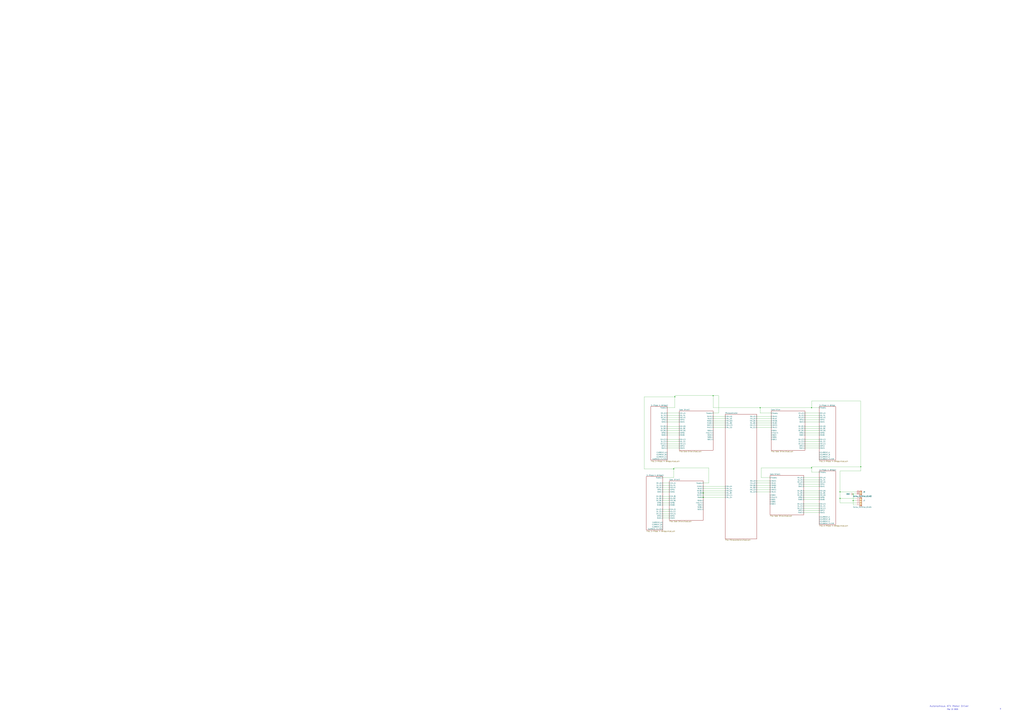
<source format=kicad_sch>
(kicad_sch
	(version 20250114)
	(generator "eeschema")
	(generator_version "9.0")
	(uuid "c5e750c3-7b06-469b-9efb-967b28a1b3b6")
	(paper "A0")
	(lib_symbols
		(symbol "Connector:Screw_Terminal_01x02"
			(pin_names
				(offset 1.016)
				(hide yes)
			)
			(exclude_from_sim no)
			(in_bom yes)
			(on_board yes)
			(property "Reference" "J"
				(at 0 2.54 0)
				(effects
					(font
						(size 1.27 1.27)
					)
				)
			)
			(property "Value" "Screw_Terminal_01x02"
				(at 0 -5.08 0)
				(effects
					(font
						(size 1.27 1.27)
					)
				)
			)
			(property "Footprint" ""
				(at 0 0 0)
				(effects
					(font
						(size 1.27 1.27)
					)
					(hide yes)
				)
			)
			(property "Datasheet" "~"
				(at 0 0 0)
				(effects
					(font
						(size 1.27 1.27)
					)
					(hide yes)
				)
			)
			(property "Description" "Generic screw terminal, single row, 01x02, script generated (kicad-library-utils/schlib/autogen/connector/)"
				(at 0 0 0)
				(effects
					(font
						(size 1.27 1.27)
					)
					(hide yes)
				)
			)
			(property "ki_keywords" "screw terminal"
				(at 0 0 0)
				(effects
					(font
						(size 1.27 1.27)
					)
					(hide yes)
				)
			)
			(property "ki_fp_filters" "TerminalBlock*:*"
				(at 0 0 0)
				(effects
					(font
						(size 1.27 1.27)
					)
					(hide yes)
				)
			)
			(symbol "Screw_Terminal_01x02_1_1"
				(rectangle
					(start -1.27 1.27)
					(end 1.27 -3.81)
					(stroke
						(width 0.254)
						(type default)
					)
					(fill
						(type background)
					)
				)
				(polyline
					(pts
						(xy -0.5334 0.3302) (xy 0.3302 -0.508)
					)
					(stroke
						(width 0.1524)
						(type default)
					)
					(fill
						(type none)
					)
				)
				(polyline
					(pts
						(xy -0.5334 -2.2098) (xy 0.3302 -3.048)
					)
					(stroke
						(width 0.1524)
						(type default)
					)
					(fill
						(type none)
					)
				)
				(polyline
					(pts
						(xy -0.3556 0.508) (xy 0.508 -0.3302)
					)
					(stroke
						(width 0.1524)
						(type default)
					)
					(fill
						(type none)
					)
				)
				(polyline
					(pts
						(xy -0.3556 -2.032) (xy 0.508 -2.8702)
					)
					(stroke
						(width 0.1524)
						(type default)
					)
					(fill
						(type none)
					)
				)
				(circle
					(center 0 0)
					(radius 0.635)
					(stroke
						(width 0.1524)
						(type default)
					)
					(fill
						(type none)
					)
				)
				(circle
					(center 0 -2.54)
					(radius 0.635)
					(stroke
						(width 0.1524)
						(type default)
					)
					(fill
						(type none)
					)
				)
				(pin passive line
					(at -5.08 0 0)
					(length 3.81)
					(name "Pin_1"
						(effects
							(font
								(size 1.27 1.27)
							)
						)
					)
					(number "1"
						(effects
							(font
								(size 1.27 1.27)
							)
						)
					)
				)
				(pin passive line
					(at -5.08 -2.54 0)
					(length 3.81)
					(name "Pin_2"
						(effects
							(font
								(size 1.27 1.27)
							)
						)
					)
					(number "2"
						(effects
							(font
								(size 1.27 1.27)
							)
						)
					)
				)
			)
			(embedded_fonts no)
		)
		(symbol "Connector:Screw_Terminal_01x04"
			(pin_names
				(offset 1.016)
				(hide yes)
			)
			(exclude_from_sim no)
			(in_bom yes)
			(on_board yes)
			(property "Reference" "J"
				(at 0 5.08 0)
				(effects
					(font
						(size 1.27 1.27)
					)
				)
			)
			(property "Value" "Screw_Terminal_01x04"
				(at 0 -7.62 0)
				(effects
					(font
						(size 1.27 1.27)
					)
				)
			)
			(property "Footprint" ""
				(at 0 0 0)
				(effects
					(font
						(size 1.27 1.27)
					)
					(hide yes)
				)
			)
			(property "Datasheet" "~"
				(at 0 0 0)
				(effects
					(font
						(size 1.27 1.27)
					)
					(hide yes)
				)
			)
			(property "Description" "Generic screw terminal, single row, 01x04, script generated (kicad-library-utils/schlib/autogen/connector/)"
				(at 0 0 0)
				(effects
					(font
						(size 1.27 1.27)
					)
					(hide yes)
				)
			)
			(property "ki_keywords" "screw terminal"
				(at 0 0 0)
				(effects
					(font
						(size 1.27 1.27)
					)
					(hide yes)
				)
			)
			(property "ki_fp_filters" "TerminalBlock*:*"
				(at 0 0 0)
				(effects
					(font
						(size 1.27 1.27)
					)
					(hide yes)
				)
			)
			(symbol "Screw_Terminal_01x04_1_1"
				(rectangle
					(start -1.27 3.81)
					(end 1.27 -6.35)
					(stroke
						(width 0.254)
						(type default)
					)
					(fill
						(type background)
					)
				)
				(polyline
					(pts
						(xy -0.5334 2.8702) (xy 0.3302 2.032)
					)
					(stroke
						(width 0.1524)
						(type default)
					)
					(fill
						(type none)
					)
				)
				(polyline
					(pts
						(xy -0.5334 0.3302) (xy 0.3302 -0.508)
					)
					(stroke
						(width 0.1524)
						(type default)
					)
					(fill
						(type none)
					)
				)
				(polyline
					(pts
						(xy -0.5334 -2.2098) (xy 0.3302 -3.048)
					)
					(stroke
						(width 0.1524)
						(type default)
					)
					(fill
						(type none)
					)
				)
				(polyline
					(pts
						(xy -0.5334 -4.7498) (xy 0.3302 -5.588)
					)
					(stroke
						(width 0.1524)
						(type default)
					)
					(fill
						(type none)
					)
				)
				(polyline
					(pts
						(xy -0.3556 3.048) (xy 0.508 2.2098)
					)
					(stroke
						(width 0.1524)
						(type default)
					)
					(fill
						(type none)
					)
				)
				(polyline
					(pts
						(xy -0.3556 0.508) (xy 0.508 -0.3302)
					)
					(stroke
						(width 0.1524)
						(type default)
					)
					(fill
						(type none)
					)
				)
				(polyline
					(pts
						(xy -0.3556 -2.032) (xy 0.508 -2.8702)
					)
					(stroke
						(width 0.1524)
						(type default)
					)
					(fill
						(type none)
					)
				)
				(polyline
					(pts
						(xy -0.3556 -4.572) (xy 0.508 -5.4102)
					)
					(stroke
						(width 0.1524)
						(type default)
					)
					(fill
						(type none)
					)
				)
				(circle
					(center 0 2.54)
					(radius 0.635)
					(stroke
						(width 0.1524)
						(type default)
					)
					(fill
						(type none)
					)
				)
				(circle
					(center 0 0)
					(radius 0.635)
					(stroke
						(width 0.1524)
						(type default)
					)
					(fill
						(type none)
					)
				)
				(circle
					(center 0 -2.54)
					(radius 0.635)
					(stroke
						(width 0.1524)
						(type default)
					)
					(fill
						(type none)
					)
				)
				(circle
					(center 0 -5.08)
					(radius 0.635)
					(stroke
						(width 0.1524)
						(type default)
					)
					(fill
						(type none)
					)
				)
				(pin passive line
					(at -5.08 2.54 0)
					(length 3.81)
					(name "Pin_1"
						(effects
							(font
								(size 1.27 1.27)
							)
						)
					)
					(number "1"
						(effects
							(font
								(size 1.27 1.27)
							)
						)
					)
				)
				(pin passive line
					(at -5.08 0 0)
					(length 3.81)
					(name "Pin_2"
						(effects
							(font
								(size 1.27 1.27)
							)
						)
					)
					(number "2"
						(effects
							(font
								(size 1.27 1.27)
							)
						)
					)
				)
				(pin passive line
					(at -5.08 -2.54 0)
					(length 3.81)
					(name "Pin_3"
						(effects
							(font
								(size 1.27 1.27)
							)
						)
					)
					(number "3"
						(effects
							(font
								(size 1.27 1.27)
							)
						)
					)
				)
				(pin passive line
					(at -5.08 -5.08 0)
					(length 3.81)
					(name "Pin_4"
						(effects
							(font
								(size 1.27 1.27)
							)
						)
					)
					(number "4"
						(effects
							(font
								(size 1.27 1.27)
							)
						)
					)
				)
			)
			(embedded_fonts no)
		)
		(symbol "power:GND"
			(power)
			(pin_numbers
				(hide yes)
			)
			(pin_names
				(offset 0)
				(hide yes)
			)
			(exclude_from_sim no)
			(in_bom yes)
			(on_board yes)
			(property "Reference" "#PWR"
				(at 0 -6.35 0)
				(effects
					(font
						(size 1.27 1.27)
					)
					(hide yes)
				)
			)
			(property "Value" "GND"
				(at 0 -3.81 0)
				(effects
					(font
						(size 1.27 1.27)
					)
				)
			)
			(property "Footprint" ""
				(at 0 0 0)
				(effects
					(font
						(size 1.27 1.27)
					)
					(hide yes)
				)
			)
			(property "Datasheet" ""
				(at 0 0 0)
				(effects
					(font
						(size 1.27 1.27)
					)
					(hide yes)
				)
			)
			(property "Description" "Power symbol creates a global label with name \"GND\" , ground"
				(at 0 0 0)
				(effects
					(font
						(size 1.27 1.27)
					)
					(hide yes)
				)
			)
			(property "ki_keywords" "global power"
				(at 0 0 0)
				(effects
					(font
						(size 1.27 1.27)
					)
					(hide yes)
				)
			)
			(symbol "GND_0_1"
				(polyline
					(pts
						(xy 0 0) (xy 0 -1.27) (xy 1.27 -1.27) (xy 0 -2.54) (xy -1.27 -1.27) (xy 0 -1.27)
					)
					(stroke
						(width 0)
						(type default)
					)
					(fill
						(type none)
					)
				)
			)
			(symbol "GND_1_1"
				(pin power_in line
					(at 0 0 270)
					(length 0)
					(name "~"
						(effects
							(font
								(size 1.27 1.27)
							)
						)
					)
					(number "1"
						(effects
							(font
								(size 1.27 1.27)
							)
						)
					)
				)
			)
			(embedded_fonts no)
		)
	)
	(text "3\n"
		(exclude_from_sim no)
		(at 1161.542 823.722 0)
		(effects
			(font
				(size 1.27 1.27)
			)
		)
		(uuid "408159ab-2a72-4dcf-94a7-e606b9caa859")
	)
	(text "May 13 2025\n"
		(exclude_from_sim no)
		(at 1106.17 824.23 0)
		(effects
			(font
				(size 1.27 1.27)
			)
		)
		(uuid "ac4cd3fb-e8d3-49bd-9aa3-ed6ea3fe0b18")
	)
	(text "Autonomous ATV Motor Driver\n"
		(exclude_from_sim no)
		(at 1102.106 820.674 0)
		(effects
			(font
				(size 2.032 2.032)
			)
		)
		(uuid "fbb90139-1455-4ded-97d0-f1ff6564a553")
	)
	(junction
		(at 990.6 574.04)
		(diameter 0)
		(color 0 0 0 0)
		(uuid "19ed2ab3-47a5-455b-95f2-db7124eec3a7")
	)
	(junction
		(at 783.59 461.01)
		(diameter 0)
		(color 0 0 0 0)
		(uuid "2667935e-721f-42da-bacc-102302068a28")
	)
	(junction
		(at 816.61 572.77)
		(diameter 0)
		(color 0 0 0 0)
		(uuid "2f53dbb3-46a6-48ab-a856-89d22d490e7e")
	)
	(junction
		(at 882.65 473.71)
		(diameter 0)
		(color 0 0 0 0)
		(uuid "4281fba1-0ade-4ded-809b-85730081fecd")
	)
	(junction
		(at 975.36 571.5)
		(diameter 0)
		(color 0 0 0 0)
		(uuid "57a36dca-fce5-4294-9037-258bdb0fe080")
	)
	(junction
		(at 975.36 579.12)
		(diameter 0)
		(color 0 0 0 0)
		(uuid "621f3dcf-4baa-46d8-8aef-c552a8a61aee")
	)
	(junction
		(at 828.04 459.74)
		(diameter 0)
		(color 0 0 0 0)
		(uuid "6a09567f-d5fc-4f72-b0d2-781360179b5d")
	)
	(junction
		(at 999.49 542.29)
		(diameter 0)
		(color 0 0 0 0)
		(uuid "8b7ee6e5-92bd-4db2-a46c-7581fc45dffb")
	)
	(junction
		(at 782.32 544.83)
		(diameter 0)
		(color 0 0 0 0)
		(uuid "8b822c2e-9088-4eed-b142-6e0cdb245a9f")
	)
	(junction
		(at 990.6 581.66)
		(diameter 0)
		(color 0 0 0 0)
		(uuid "a1712b85-d80e-43f4-b623-4b317df25645")
	)
	(junction
		(at 942.34 473.71)
		(diameter 0)
		(color 0 0 0 0)
		(uuid "bddd0188-71d8-46d4-8495-b09b786b6aa1")
	)
	(junction
		(at 942.34 543.56)
		(diameter 0)
		(color 0 0 0 0)
		(uuid "d627661c-1d3b-40b2-a0d8-d75bda8f9107")
	)
	(junction
		(at 816.61 577.85)
		(diameter 0)
		(color 0 0 0 0)
		(uuid "ed784b18-401a-4e9b-b68f-f41071b8f8cf")
	)
	(wire
		(pts
			(xy 942.34 473.71) (xy 942.34 466.09)
		)
		(stroke
			(width 0)
			(type default)
		)
		(uuid "00b2ac6c-89c6-4be1-94ab-9b4a69482ccb")
	)
	(wire
		(pts
			(xy 788.67 482.6) (xy 774.7 482.6)
		)
		(stroke
			(width 0)
			(type default)
		)
		(uuid "05d5998b-ec8f-48c7-aec0-480bf1684101")
	)
	(wire
		(pts
			(xy 882.65 473.71) (xy 882.65 480.06)
		)
		(stroke
			(width 0)
			(type default)
		)
		(uuid "075b4f61-e517-4b06-a059-3710eaad3b60")
	)
	(wire
		(pts
			(xy 934.72 515.62) (xy 951.23 515.62)
		)
		(stroke
			(width 0)
			(type default)
		)
		(uuid "076e0e40-fb5c-42df-ae0f-fe6681b697aa")
	)
	(wire
		(pts
			(xy 811.53 577.85) (xy 816.61 577.85)
		)
		(stroke
			(width 0)
			(type default)
		)
		(uuid "08fd9068-c026-408b-ac47-096a6b2902ef")
	)
	(wire
		(pts
			(xy 882.65 480.06) (xy 895.35 480.06)
		)
		(stroke
			(width 0)
			(type default)
		)
		(uuid "0d22fdcb-9482-4b32-a4f3-3141557f9d29")
	)
	(wire
		(pts
			(xy 777.24 601.98) (xy 769.62 601.98)
		)
		(stroke
			(width 0)
			(type default)
		)
		(uuid "0f12431e-4ee8-49f7-825f-776f1fe848c4")
	)
	(wire
		(pts
			(xy 883.92 554.99) (xy 894.08 554.99)
		)
		(stroke
			(width 0)
			(type default)
		)
		(uuid "10876090-be67-4e05-9863-bb85f4e21c2c")
	)
	(wire
		(pts
			(xy 878.84 496.57) (xy 895.35 496.57)
		)
		(stroke
			(width 0)
			(type default)
		)
		(uuid "112c84f4-17c5-41bb-bf42-095b92d803f7")
	)
	(wire
		(pts
			(xy 933.45 593.09) (xy 951.23 593.09)
		)
		(stroke
			(width 0)
			(type default)
		)
		(uuid "133ed544-6f57-449d-a02e-05f290a3d828")
	)
	(wire
		(pts
			(xy 975.36 547.37) (xy 975.36 571.5)
		)
		(stroke
			(width 0)
			(type default)
		)
		(uuid "1551caab-b0d3-4ba6-bdb4-8471d90242b6")
	)
	(wire
		(pts
			(xy 777.24 599.44) (xy 769.62 599.44)
		)
		(stroke
			(width 0)
			(type default)
		)
		(uuid "16655fe8-c169-48ce-bbc6-eb615a46b5cf")
	)
	(wire
		(pts
			(xy 828.04 491.49) (xy 842.01 491.49)
		)
		(stroke
			(width 0)
			(type default)
		)
		(uuid "1a260c6e-6f14-4fee-9ef8-f544e578a931")
	)
	(wire
		(pts
			(xy 788.67 502.92) (xy 774.7 502.92)
		)
		(stroke
			(width 0)
			(type default)
		)
		(uuid "1ab24ca9-1b4c-4493-9180-effdfe36b846")
	)
	(wire
		(pts
			(xy 788.67 495.3) (xy 774.7 495.3)
		)
		(stroke
			(width 0)
			(type default)
		)
		(uuid "1b1e6d41-b688-436b-902e-200232328729")
	)
	(wire
		(pts
			(xy 788.67 497.84) (xy 774.7 497.84)
		)
		(stroke
			(width 0)
			(type default)
		)
		(uuid "1b55bfbd-396d-46d4-9679-c59015dd58d3")
	)
	(wire
		(pts
			(xy 828.04 494.03) (xy 842.01 494.03)
		)
		(stroke
			(width 0)
			(type default)
		)
		(uuid "1b7b0e39-9f94-4312-9107-4d081f2816ef")
	)
	(wire
		(pts
			(xy 994.41 586.74) (xy 990.6 586.74)
		)
		(stroke
			(width 0)
			(type default)
		)
		(uuid "1fa52c49-19c0-421e-b1e8-0ea413202e58")
	)
	(wire
		(pts
			(xy 934.72 505.46) (xy 951.23 505.46)
		)
		(stroke
			(width 0)
			(type default)
		)
		(uuid "22a67495-e84c-4170-ae10-3ffa8f715e9d")
	)
	(wire
		(pts
			(xy 933.45 572.77) (xy 951.23 572.77)
		)
		(stroke
			(width 0)
			(type default)
		)
		(uuid "247188e0-0aae-412b-a35d-bb2a22440136")
	)
	(wire
		(pts
			(xy 782.32 543.56) (xy 822.96 543.56)
		)
		(stroke
			(width 0)
			(type default)
		)
		(uuid "24b79ae0-20c0-45a3-b0b0-e5b7c9be23e1")
	)
	(wire
		(pts
			(xy 788.67 505.46) (xy 774.7 505.46)
		)
		(stroke
			(width 0)
			(type default)
		)
		(uuid "24e686ff-221a-4518-afb5-8ba3cf4e6d35")
	)
	(wire
		(pts
			(xy 975.36 547.37) (xy 999.49 547.37)
		)
		(stroke
			(width 0)
			(type default)
		)
		(uuid "26ad0ba9-3997-4378-bc29-6c5d1dc14a26")
	)
	(wire
		(pts
			(xy 933.45 575.31) (xy 951.23 575.31)
		)
		(stroke
			(width 0)
			(type default)
		)
		(uuid "26ed5bd9-06cd-4436-b8df-969654ae1234")
	)
	(wire
		(pts
			(xy 788.67 518.16) (xy 774.7 518.16)
		)
		(stroke
			(width 0)
			(type default)
		)
		(uuid "2c8fe10b-3bc0-468c-af7b-06a2c6657cfb")
	)
	(wire
		(pts
			(xy 822.96 543.56) (xy 822.96 561.34)
		)
		(stroke
			(width 0)
			(type default)
		)
		(uuid "2e410b5f-ef86-4e84-a3ed-993185975b97")
	)
	(wire
		(pts
			(xy 878.84 566.42) (xy 894.08 566.42)
		)
		(stroke
			(width 0)
			(type default)
		)
		(uuid "362eb045-09a9-4db5-b88b-991652583656")
	)
	(wire
		(pts
			(xy 934.72 487.68) (xy 951.23 487.68)
		)
		(stroke
			(width 0)
			(type default)
		)
		(uuid "372e6185-8bf0-46aa-a655-ff699687d7ed")
	)
	(wire
		(pts
			(xy 942.34 542.29) (xy 942.34 543.56)
		)
		(stroke
			(width 0)
			(type default)
		)
		(uuid "372f066a-4c70-416f-bc9e-9c702e0014f9")
	)
	(wire
		(pts
			(xy 777.24 571.5) (xy 769.62 571.5)
		)
		(stroke
			(width 0)
			(type default)
		)
		(uuid "38710b10-f348-418d-a4ce-fe9e2b1437d3")
	)
	(wire
		(pts
			(xy 788.67 520.7) (xy 774.7 520.7)
		)
		(stroke
			(width 0)
			(type default)
		)
		(uuid "3c5be9e9-2546-4316-9ac2-dd73c68f89c9")
	)
	(wire
		(pts
			(xy 788.67 513.08) (xy 774.7 513.08)
		)
		(stroke
			(width 0)
			(type default)
		)
		(uuid "429084e4-ced7-4112-8cf2-5d011da07b92")
	)
	(wire
		(pts
			(xy 999.49 542.29) (xy 999.49 547.37)
		)
		(stroke
			(width 0)
			(type default)
		)
		(uuid "487cdacb-2a9e-4141-8798-f51fde5be474")
	)
	(wire
		(pts
			(xy 942.34 543.56) (xy 942.34 548.64)
		)
		(stroke
			(width 0)
			(type default)
		)
		(uuid "48c67a81-c3b6-41a3-83da-0901dde06d4a")
	)
	(wire
		(pts
			(xy 990.6 586.74) (xy 990.6 581.66)
		)
		(stroke
			(width 0)
			(type default)
		)
		(uuid "4cded939-a70c-40e0-ab54-b216c028c678")
	)
	(wire
		(pts
			(xy 748.03 544.83) (xy 748.03 461.01)
		)
		(stroke
			(width 0)
			(type default)
		)
		(uuid "4d1c9bc3-bff9-4ca8-a9fd-469f90ae98fc")
	)
	(wire
		(pts
			(xy 788.67 515.62) (xy 774.7 515.62)
		)
		(stroke
			(width 0)
			(type default)
		)
		(uuid "4edad56d-8a95-4d24-afc8-c62cc28bf79c")
	)
	(wire
		(pts
			(xy 942.34 543.56) (xy 883.92 543.56)
		)
		(stroke
			(width 0)
			(type default)
		)
		(uuid "51b03aa5-4fe1-4930-b076-c847c3e1bfbc")
	)
	(wire
		(pts
			(xy 828.04 459.74) (xy 828.04 473.71)
		)
		(stroke
			(width 0)
			(type default)
		)
		(uuid "52365bfc-094f-46e9-a6dd-6adc64e0219b")
	)
	(wire
		(pts
			(xy 777.24 566.42) (xy 769.62 566.42)
		)
		(stroke
			(width 0)
			(type default)
		)
		(uuid "5333ea41-97db-4d89-8c21-f2407d0f9fbe")
	)
	(wire
		(pts
			(xy 975.36 584.2) (xy 994.41 584.2)
		)
		(stroke
			(width 0)
			(type default)
		)
		(uuid "53c9d732-d7f3-45a0-8a42-06d46dce5e64")
	)
	(wire
		(pts
			(xy 777.24 581.66) (xy 769.62 581.66)
		)
		(stroke
			(width 0)
			(type default)
		)
		(uuid "54cb5c82-f7b7-4a66-8222-08e2d5513b66")
	)
	(wire
		(pts
			(xy 878.84 486.41) (xy 895.35 486.41)
		)
		(stroke
			(width 0)
			(type default)
		)
		(uuid "5567b719-f5b7-4c05-afa1-b0f8c4e9e604")
	)
	(wire
		(pts
			(xy 788.67 485.14) (xy 774.7 485.14)
		)
		(stroke
			(width 0)
			(type default)
		)
		(uuid "556afdbd-d9e3-49ac-b304-eae5c762fbf9")
	)
	(wire
		(pts
			(xy 975.36 579.12) (xy 975.36 584.2)
		)
		(stroke
			(width 0)
			(type default)
		)
		(uuid "55d88b9f-ff52-4c47-ade7-2c48dfbb477a")
	)
	(wire
		(pts
			(xy 783.59 461.01) (xy 748.03 461.01)
		)
		(stroke
			(width 0)
			(type default)
		)
		(uuid "591f30f7-d3ec-467a-bd19-a7c89728de39")
	)
	(wire
		(pts
			(xy 934.72 500.38) (xy 951.23 500.38)
		)
		(stroke
			(width 0)
			(type default)
		)
		(uuid "592e6eb1-f569-4fe5-bc76-e585bc8f49d9")
	)
	(wire
		(pts
			(xy 816.61 575.31) (xy 842.01 575.31)
		)
		(stroke
			(width 0)
			(type default)
		)
		(uuid "5a06b477-cdfc-4591-aa57-bbc92caf1bc4")
	)
	(wire
		(pts
			(xy 934.72 495.3) (xy 951.23 495.3)
		)
		(stroke
			(width 0)
			(type default)
		)
		(uuid "5ab42bc3-372e-4982-aae0-39b2c1aea50b")
	)
	(wire
		(pts
			(xy 933.45 557.53) (xy 951.23 557.53)
		)
		(stroke
			(width 0)
			(type default)
		)
		(uuid "5bc1cdb9-2d52-4ba0-a038-aab570836b20")
	)
	(wire
		(pts
			(xy 999.49 466.09) (xy 999.49 542.29)
		)
		(stroke
			(width 0)
			(type default)
		)
		(uuid "60d1ec8d-58d0-43fe-8e30-fcdd96e7631e")
	)
	(wire
		(pts
			(xy 933.45 580.39) (xy 951.23 580.39)
		)
		(stroke
			(width 0)
			(type default)
		)
		(uuid "62fbec83-7db3-4119-a05b-85019680ea21")
	)
	(wire
		(pts
			(xy 933.45 577.85) (xy 951.23 577.85)
		)
		(stroke
			(width 0)
			(type default)
		)
		(uuid "64390530-84b0-494a-8702-4981053acef1")
	)
	(wire
		(pts
			(xy 878.84 568.96) (xy 894.08 568.96)
		)
		(stroke
			(width 0)
			(type default)
		)
		(uuid "6709c077-c7db-4479-8b4c-653772ce662b")
	)
	(wire
		(pts
			(xy 777.24 568.96) (xy 769.62 568.96)
		)
		(stroke
			(width 0)
			(type default)
		)
		(uuid "67d2ecf1-11c8-412d-91c0-9d28b098e259")
	)
	(wire
		(pts
			(xy 933.45 560.07) (xy 951.23 560.07)
		)
		(stroke
			(width 0)
			(type default)
		)
		(uuid "683479a3-5e2a-4250-a735-7f3ca0044de7")
	)
	(wire
		(pts
			(xy 933.45 565.15) (xy 951.23 565.15)
		)
		(stroke
			(width 0)
			(type default)
		)
		(uuid "68d3f764-9ce5-4081-9939-6a163094b1da")
	)
	(wire
		(pts
			(xy 834.39 480.06) (xy 834.39 459.74)
		)
		(stroke
			(width 0)
			(type default)
		)
		(uuid "691c8684-2735-4bea-8d38-2beb3933bad0")
	)
	(wire
		(pts
			(xy 934.72 480.06) (xy 951.23 480.06)
		)
		(stroke
			(width 0)
			(type default)
		)
		(uuid "694bc093-4b64-494f-b175-a0bb4d095fb8")
	)
	(wire
		(pts
			(xy 878.84 571.5) (xy 894.08 571.5)
		)
		(stroke
			(width 0)
			(type default)
		)
		(uuid "6c1613b3-f625-4e5d-827b-276ad871ad20")
	)
	(wire
		(pts
			(xy 769.62 554.99) (xy 782.32 554.99)
		)
		(stroke
			(width 0)
			(type default)
		)
		(uuid "6cdb8b47-5d39-48a4-842b-eae11cf12c57")
	)
	(wire
		(pts
			(xy 828.04 488.95) (xy 842.01 488.95)
		)
		(stroke
			(width 0)
			(type default)
		)
		(uuid "6ed6ec00-6094-4ac0-89d4-0449331eb592")
	)
	(wire
		(pts
			(xy 834.39 459.74) (xy 828.04 459.74)
		)
		(stroke
			(width 0)
			(type default)
		)
		(uuid "6f08f0e8-6d1d-4b0e-b565-4032bad6fe87")
	)
	(wire
		(pts
			(xy 777.24 584.2) (xy 769.62 584.2)
		)
		(stroke
			(width 0)
			(type default)
		)
		(uuid "745390a5-3e16-4f58-8be9-594dd5c65bb3")
	)
	(wire
		(pts
			(xy 934.72 513.08) (xy 951.23 513.08)
		)
		(stroke
			(width 0)
			(type default)
		)
		(uuid "75ae857e-ff49-4fe7-bd84-61e883cc8053")
	)
	(wire
		(pts
			(xy 816.61 567.69) (xy 842.01 567.69)
		)
		(stroke
			(width 0)
			(type default)
		)
		(uuid "764992e7-58b4-4547-b1ec-095ea3f849b1")
	)
	(wire
		(pts
			(xy 933.45 570.23) (xy 951.23 570.23)
		)
		(stroke
			(width 0)
			(type default)
		)
		(uuid "769b8068-6682-415e-9f28-e202ecbbbdbe")
	)
	(wire
		(pts
			(xy 934.72 482.6) (xy 951.23 482.6)
		)
		(stroke
			(width 0)
			(type default)
		)
		(uuid "788bf265-b4b9-4f96-a674-57cd13d4d327")
	)
	(wire
		(pts
			(xy 777.24 586.74) (xy 769.62 586.74)
		)
		(stroke
			(width 0)
			(type default)
		)
		(uuid "78b9f42d-18b1-4139-a770-29a59ab29bc2")
	)
	(wire
		(pts
			(xy 883.92 543.56) (xy 883.92 554.99)
		)
		(stroke
			(width 0)
			(type default)
		)
		(uuid "78c5cf21-340d-482c-9c1d-d82bda53e0e6")
	)
	(wire
		(pts
			(xy 942.34 548.64) (xy 951.23 548.64)
		)
		(stroke
			(width 0)
			(type default)
		)
		(uuid "7a8e045d-550d-4bc5-a9d2-e9acb8ee605a")
	)
	(wire
		(pts
			(xy 878.84 563.88) (xy 894.08 563.88)
		)
		(stroke
			(width 0)
			(type default)
		)
		(uuid "7b53314a-4f8d-4729-8807-a991f0ca6a0e")
	)
	(wire
		(pts
			(xy 788.67 487.68) (xy 774.7 487.68)
		)
		(stroke
			(width 0)
			(type default)
		)
		(uuid "7bd936b7-ed11-4b52-8e56-d8ca2574745c")
	)
	(wire
		(pts
			(xy 933.45 588.01) (xy 951.23 588.01)
		)
		(stroke
			(width 0)
			(type default)
		)
		(uuid "7c12b093-be2b-4f35-a069-a7af2d1be182")
	)
	(wire
		(pts
			(xy 934.72 520.7) (xy 951.23 520.7)
		)
		(stroke
			(width 0)
			(type default)
		)
		(uuid "7f57ff49-4dcf-47cf-a436-fc29d2d7b042")
	)
	(wire
		(pts
			(xy 878.84 491.49) (xy 895.35 491.49)
		)
		(stroke
			(width 0)
			(type default)
		)
		(uuid "81cd06b8-28f2-4c5a-9307-3f2553e948ef")
	)
	(wire
		(pts
			(xy 934.72 497.84) (xy 951.23 497.84)
		)
		(stroke
			(width 0)
			(type default)
		)
		(uuid "82cc2366-559f-455f-805e-b552ed25bc1f")
	)
	(wire
		(pts
			(xy 777.24 591.82) (xy 769.62 591.82)
		)
		(stroke
			(width 0)
			(type default)
		)
		(uuid "82e1cf28-aacb-4577-929b-7dac27eb1c12")
	)
	(wire
		(pts
			(xy 816.61 570.23) (xy 842.01 570.23)
		)
		(stroke
			(width 0)
			(type default)
		)
		(uuid "83b3892b-4861-4fa2-8933-65a82d93c248")
	)
	(wire
		(pts
			(xy 828.04 483.87) (xy 842.01 483.87)
		)
		(stroke
			(width 0)
			(type default)
		)
		(uuid "844a24ac-6bcc-4c2c-a5c5-c48bdd9abdaf")
	)
	(wire
		(pts
			(xy 777.24 576.58) (xy 769.62 576.58)
		)
		(stroke
			(width 0)
			(type default)
		)
		(uuid "87340ab1-f78f-4827-9816-3673cbaf0645")
	)
	(wire
		(pts
			(xy 822.96 561.34) (xy 816.61 561.34)
		)
		(stroke
			(width 0)
			(type default)
		)
		(uuid "8b159826-2d74-4234-a9af-44a9d430a8f9")
	)
	(wire
		(pts
			(xy 782.32 554.99) (xy 782.32 544.83)
		)
		(stroke
			(width 0)
			(type default)
		)
		(uuid "8f07e8fc-433a-4fdb-a174-329f51492141")
	)
	(wire
		(pts
			(xy 814.07 572.77) (xy 816.61 572.77)
		)
		(stroke
			(width 0)
			(type default)
		)
		(uuid "910b9958-9c14-49c4-be2e-872557ba3827")
	)
	(wire
		(pts
			(xy 777.24 596.9) (xy 769.62 596.9)
		)
		(stroke
			(width 0)
			(type default)
		)
		(uuid "97aa5e1e-fd70-4108-bcf2-b69332db7271")
	)
	(wire
		(pts
			(xy 934.72 518.16) (xy 951.23 518.16)
		)
		(stroke
			(width 0)
			(type default)
		)
		(uuid "987ae20f-784b-452c-a559-660779b4c1ba")
	)
	(wire
		(pts
			(xy 782.32 544.83) (xy 748.03 544.83)
		)
		(stroke
			(width 0)
			(type default)
		)
		(uuid "99305b5b-fa34-4024-a9a7-bad5b4210a08")
	)
	(wire
		(pts
			(xy 816.61 565.15) (xy 842.01 565.15)
		)
		(stroke
			(width 0)
			(type default)
		)
		(uuid "9a71c101-829b-47f7-a8d4-5a5049bddcdf")
	)
	(wire
		(pts
			(xy 933.45 554.99) (xy 951.23 554.99)
		)
		(stroke
			(width 0)
			(type default)
		)
		(uuid "a26473ba-ef69-4602-9a95-21e8b76defe1")
	)
	(wire
		(pts
			(xy 990.6 581.66) (xy 994.41 581.66)
		)
		(stroke
			(width 0)
			(type default)
		)
		(uuid "a925374a-ca8b-42f4-bbfc-aa29cac379e6")
	)
	(wire
		(pts
			(xy 783.59 459.74) (xy 828.04 459.74)
		)
		(stroke
			(width 0)
			(type default)
		)
		(uuid "a9d43db2-e83e-4526-849b-81605a16df31")
	)
	(wire
		(pts
			(xy 933.45 590.55) (xy 951.23 590.55)
		)
		(stroke
			(width 0)
			(type default)
		)
		(uuid "aa8a4903-2ddc-4226-8b65-f664419908f1")
	)
	(wire
		(pts
			(xy 933.45 562.61) (xy 951.23 562.61)
		)
		(stroke
			(width 0)
			(type default)
		)
		(uuid "ae367e81-8fb1-4ff3-aaac-f16b19b28300")
	)
	(wire
		(pts
			(xy 828.04 473.71) (xy 882.65 473.71)
		)
		(stroke
			(width 0)
			(type default)
		)
		(uuid "aec71f2a-69f9-43d5-9704-8501386e6c79")
	)
	(wire
		(pts
			(xy 934.72 502.92) (xy 951.23 502.92)
		)
		(stroke
			(width 0)
			(type default)
		)
		(uuid "af0b15bc-1ad3-4188-903b-8071a8ed593c")
	)
	(wire
		(pts
			(xy 975.36 571.5) (xy 975.36 579.12)
		)
		(stroke
			(width 0)
			(type default)
		)
		(uuid "b6c7b762-6a62-4d9d-846c-26c258993c3e")
	)
	(wire
		(pts
			(xy 990.6 574.04) (xy 990.6 581.66)
		)
		(stroke
			(width 0)
			(type default)
		)
		(uuid "b6c83ee5-7d67-42b0-96a8-ca5143ea8e43")
	)
	(wire
		(pts
			(xy 990.6 574.04) (xy 994.41 574.04)
		)
		(stroke
			(width 0)
			(type default)
		)
		(uuid "b8f264da-0f04-469f-8a8b-cce32b902468")
	)
	(wire
		(pts
			(xy 934.72 485.14) (xy 951.23 485.14)
		)
		(stroke
			(width 0)
			(type default)
		)
		(uuid "bde061ed-bfe6-4d2f-a6ed-d327b6cbd626")
	)
	(wire
		(pts
			(xy 788.67 490.22) (xy 774.7 490.22)
		)
		(stroke
			(width 0)
			(type default)
		)
		(uuid "bfbc8f82-2808-4e54-a68a-0fff935e67c3")
	)
	(wire
		(pts
			(xy 774.7 473.71) (xy 783.59 473.71)
		)
		(stroke
			(width 0)
			(type default)
		)
		(uuid "c129eb6d-10f8-4a89-8d3d-cf48494a4642")
	)
	(wire
		(pts
			(xy 828.04 486.41) (xy 842.01 486.41)
		)
		(stroke
			(width 0)
			(type default)
		)
		(uuid "c4b26d04-7097-4df3-a3cb-35abced39db4")
	)
	(wire
		(pts
			(xy 933.45 585.47) (xy 951.23 585.47)
		)
		(stroke
			(width 0)
			(type default)
		)
		(uuid "cb02ec70-0e29-4217-882e-ca71f5aa6aef")
	)
	(wire
		(pts
			(xy 783.59 461.01) (xy 783.59 459.74)
		)
		(stroke
			(width 0)
			(type default)
		)
		(uuid "cc56f986-7a2f-479d-9b69-42bfd3b0f3ab")
	)
	(wire
		(pts
			(xy 788.67 480.06) (xy 774.7 480.06)
		)
		(stroke
			(width 0)
			(type default)
		)
		(uuid "cca5ff35-c056-4bce-aae0-60945a5ad52c")
	)
	(wire
		(pts
			(xy 782.32 544.83) (xy 782.32 543.56)
		)
		(stroke
			(width 0)
			(type default)
		)
		(uuid "ccd5bc1a-51f0-4f1e-92a6-10e3b89083c6")
	)
	(wire
		(pts
			(xy 788.67 510.54) (xy 774.7 510.54)
		)
		(stroke
			(width 0)
			(type default)
		)
		(uuid "ce8c295b-970a-47f8-92d6-5701c9c9af08")
	)
	(wire
		(pts
			(xy 777.24 579.12) (xy 769.62 579.12)
		)
		(stroke
			(width 0)
			(type default)
		)
		(uuid "d00333cb-622a-45c1-8212-deb2f4713f54")
	)
	(wire
		(pts
			(xy 878.84 483.87) (xy 895.35 483.87)
		)
		(stroke
			(width 0)
			(type default)
		)
		(uuid "d0bd9b04-8ffa-4ecd-8311-f42bbadfbc93")
	)
	(wire
		(pts
			(xy 878.84 558.8) (xy 894.08 558.8)
		)
		(stroke
			(width 0)
			(type default)
		)
		(uuid "d473adc5-71d4-4526-8a40-f5c1048d38e3")
	)
	(wire
		(pts
			(xy 878.84 488.95) (xy 895.35 488.95)
		)
		(stroke
			(width 0)
			(type default)
		)
		(uuid "d4845db8-1244-4cad-9e88-05e434a4a9e6")
	)
	(wire
		(pts
			(xy 788.67 500.38) (xy 774.7 500.38)
		)
		(stroke
			(width 0)
			(type default)
		)
		(uuid "d5faca6c-6bd7-41de-b5a3-d424d7efc0a5")
	)
	(wire
		(pts
			(xy 933.45 595.63) (xy 951.23 595.63)
		)
		(stroke
			(width 0)
			(type default)
		)
		(uuid "d6d69220-13eb-48d7-9f49-7c4f473b5ec3")
	)
	(wire
		(pts
			(xy 878.84 561.34) (xy 894.08 561.34)
		)
		(stroke
			(width 0)
			(type default)
		)
		(uuid "d8a34b3e-6ac9-46b6-82b7-84ce2ada4891")
	)
	(wire
		(pts
			(xy 878.84 494.03) (xy 895.35 494.03)
		)
		(stroke
			(width 0)
			(type default)
		)
		(uuid "dbb4ec08-fea9-4b78-88bc-6175c4507dae")
	)
	(wire
		(pts
			(xy 828.04 496.57) (xy 842.01 496.57)
		)
		(stroke
			(width 0)
			(type default)
		)
		(uuid "dfceb149-f872-4e4d-8420-ad4abc94fbb3")
	)
	(wire
		(pts
			(xy 934.72 490.22) (xy 951.23 490.22)
		)
		(stroke
			(width 0)
			(type default)
		)
		(uuid "dfe7b081-f206-48a7-a207-f770b67f1b38")
	)
	(wire
		(pts
			(xy 777.24 594.36) (xy 769.62 594.36)
		)
		(stroke
			(width 0)
			(type default)
		)
		(uuid "e1485589-e366-4f81-94df-571a32548b18")
	)
	(wire
		(pts
			(xy 816.61 577.85) (xy 842.01 577.85)
		)
		(stroke
			(width 0)
			(type default)
		)
		(uuid "e1fbea86-baa9-451b-93f9-c05a544fbccb")
	)
	(wire
		(pts
			(xy 975.36 571.5) (xy 994.41 571.5)
		)
		(stroke
			(width 0)
			(type default)
		)
		(uuid "ea48c632-daad-44f6-b6b8-1fa92a11182a")
	)
	(wire
		(pts
			(xy 999.49 542.29) (xy 942.34 542.29)
		)
		(stroke
			(width 0)
			(type default)
		)
		(uuid "ee17c81d-271f-41c7-b5a0-485e0a9d79d9")
	)
	(wire
		(pts
			(xy 934.72 510.54) (xy 951.23 510.54)
		)
		(stroke
			(width 0)
			(type default)
		)
		(uuid "efd0e3f0-4406-414c-9df2-75100e056ac2")
	)
	(wire
		(pts
			(xy 975.36 579.12) (xy 994.41 579.12)
		)
		(stroke
			(width 0)
			(type default)
		)
		(uuid "f24414f0-be5d-48f3-9987-9d713de82300")
	)
	(wire
		(pts
			(xy 951.23 473.71) (xy 942.34 473.71)
		)
		(stroke
			(width 0)
			(type default)
		)
		(uuid "f28d3819-c776-49df-b5fa-77be6573529e")
	)
	(wire
		(pts
			(xy 783.59 473.71) (xy 783.59 461.01)
		)
		(stroke
			(width 0)
			(type default)
		)
		(uuid "f6016b76-341c-4ff7-9070-719e441b229e")
	)
	(wire
		(pts
			(xy 816.61 572.77) (xy 842.01 572.77)
		)
		(stroke
			(width 0)
			(type default)
		)
		(uuid "f714b675-4aed-43ba-8a86-f644cc8b8ca4")
	)
	(wire
		(pts
			(xy 777.24 563.88) (xy 769.62 563.88)
		)
		(stroke
			(width 0)
			(type default)
		)
		(uuid "f74eda91-7834-4790-b882-f7546826bab8")
	)
	(wire
		(pts
			(xy 942.34 466.09) (xy 999.49 466.09)
		)
		(stroke
			(width 0)
			(type default)
		)
		(uuid "f955fb2b-46cb-47db-ab0e-089b722a8629")
	)
	(wire
		(pts
			(xy 828.04 480.06) (xy 834.39 480.06)
		)
		(stroke
			(width 0)
			(type default)
		)
		(uuid "fd5f13cf-9aca-4639-82f0-513e4d50e4dc")
	)
	(wire
		(pts
			(xy 882.65 473.71) (xy 942.34 473.71)
		)
		(stroke
			(width 0)
			(type default)
		)
		(uuid "ff182819-f7ea-4758-ae10-8cdd9fb43060")
	)
	(wire
		(pts
			(xy 777.24 561.34) (xy 769.62 561.34)
		)
		(stroke
			(width 0)
			(type default)
		)
		(uuid "ffb40172-6dd1-4d0d-b81b-988e5c02ad72")
	)
	(symbol
		(lib_id "Connector:Screw_Terminal_01x02")
		(at 999.49 571.5 0)
		(unit 1)
		(exclude_from_sim no)
		(in_bom yes)
		(on_board yes)
		(dnp no)
		(uuid "cdab194f-b06f-4a63-baf0-8443bf46cd4a")
		(property "Reference" "J3"
			(at 1002.03 571.4999 0)
			(effects
				(font
					(size 1.27 1.27)
				)
				(justify left)
			)
		)
		(property "Value" "Screw_Terminal_01x02"
			(at 990.6 576.58 0)
			(effects
				(font
					(size 1.27 1.27)
				)
				(justify left)
			)
		)
		(property "Footprint" "TerminalBlock_TE-Connectivity:TerminalBlock_TE_282834-2_1x02_P2.54mm_Horizontal"
			(at 999.49 571.5 0)
			(effects
				(font
					(size 1.27 1.27)
				)
				(hide yes)
			)
		)
		(property "Datasheet" "~"
			(at 999.49 571.5 0)
			(effects
				(font
					(size 1.27 1.27)
				)
				(hide yes)
			)
		)
		(property "Description" "Generic screw terminal, single row, 01x02, script generated (kicad-library-utils/schlib/autogen/connector/)"
			(at 999.49 571.5 0)
			(effects
				(font
					(size 1.27 1.27)
				)
				(hide yes)
			)
		)
		(pin "1"
			(uuid "ad11d45c-02aa-4598-93ae-f699c98b2dec")
		)
		(pin "2"
			(uuid "b535e149-fdee-4c67-9def-ef3bd51aec6d")
		)
		(instances
			(project "ATV Motor Driver v1"
				(path "/c5e750c3-7b06-469b-9efb-967b28a1b3b6"
					(reference "J3")
					(unit 1)
				)
			)
		)
	)
	(symbol
		(lib_id "power:GND")
		(at 990.6 574.04 270)
		(unit 1)
		(exclude_from_sim no)
		(in_bom yes)
		(on_board yes)
		(dnp no)
		(fields_autoplaced yes)
		(uuid "d8de05b6-86bc-48c8-b5e1-c5b457c69166")
		(property "Reference" "#PWR027"
			(at 984.25 574.04 0)
			(effects
				(font
					(size 1.27 1.27)
				)
				(hide yes)
			)
		)
		(property "Value" "GND"
			(at 986.79 574.0399 90)
			(effects
				(font
					(size 1.27 1.27)
				)
				(justify right)
			)
		)
		(property "Footprint" ""
			(at 990.6 574.04 0)
			(effects
				(font
					(size 1.27 1.27)
				)
				(hide yes)
			)
		)
		(property "Datasheet" ""
			(at 990.6 574.04 0)
			(effects
				(font
					(size 1.27 1.27)
				)
				(hide yes)
			)
		)
		(property "Description" "Power symbol creates a global label with name \"GND\" , ground"
			(at 990.6 574.04 0)
			(effects
				(font
					(size 1.27 1.27)
				)
				(hide yes)
			)
		)
		(pin "1"
			(uuid "6d2e78b6-0424-4ec0-b62d-8f54e4c1e138")
		)
		(instances
			(project ""
				(path "/c5e750c3-7b06-469b-9efb-967b28a1b3b6"
					(reference "#PWR027")
					(unit 1)
				)
			)
		)
	)
	(symbol
		(lib_id "Connector:Screw_Terminal_01x04")
		(at 999.49 581.66 0)
		(unit 1)
		(exclude_from_sim no)
		(in_bom yes)
		(on_board yes)
		(dnp no)
		(uuid "fc13361f-aec1-4fda-9909-6a4c72bc9f51")
		(property "Reference" "J2"
			(at 1002.03 581.66 0)
			(effects
				(font
					(size 1.27 1.27)
				)
				(justify left)
			)
		)
		(property "Value" "Screw_Terminal_01x04"
			(at 990.6 589.28 0)
			(effects
				(font
					(size 1.27 1.27)
				)
				(justify left)
			)
		)
		(property "Footprint" "TerminalBlock_TE-Connectivity:TerminalBlock_TE_282834-4_1x04_P2.54mm_Horizontal"
			(at 999.49 581.66 0)
			(effects
				(font
					(size 1.27 1.27)
				)
				(hide yes)
			)
		)
		(property "Datasheet" "~"
			(at 999.49 581.66 0)
			(effects
				(font
					(size 1.27 1.27)
				)
				(hide yes)
			)
		)
		(property "Description" "Generic screw terminal, single row, 01x04, script generated (kicad-library-utils/schlib/autogen/connector/)"
			(at 999.49 581.66 0)
			(effects
				(font
					(size 1.27 1.27)
				)
				(hide yes)
			)
		)
		(pin "1"
			(uuid "9634b7cd-2513-4311-b9d5-2caba7b1586a")
		)
		(pin "2"
			(uuid "344c4792-9027-4d1c-a0cb-ba6d70abbd5d")
		)
		(pin "3"
			(uuid "6bfe71a5-d944-4ffa-90ef-e45ed55f8564")
		)
		(pin "4"
			(uuid "2b882a93-a280-4fae-a703-77dfc482bf42")
		)
		(instances
			(project "ATV Motor Driver v1"
				(path "/c5e750c3-7b06-469b-9efb-967b28a1b3b6"
					(reference "J2")
					(unit 1)
				)
			)
		)
	)
	(sheet
		(at 951.23 547.37)
		(size 19.05 62.23)
		(exclude_from_sim no)
		(in_bom yes)
		(on_board yes)
		(dnp no)
		(fields_autoplaced yes)
		(stroke
			(width 0.1524)
			(type solid)
		)
		(fill
			(color 0 0 0 0.0000)
		)
		(uuid "1fe21d3f-cb53-448b-8740-804081731fed")
		(property "Sheetname" "3-Phase H-Bridge1"
			(at 951.23 546.6584 0)
			(effects
				(font
					(size 1.27 1.27)
				)
				(justify left bottom)
			)
		)
		(property "Sheetfile" "3-Phase H-Bridge.kicad_sch"
			(at 951.23 610.1846 0)
			(effects
				(font
					(size 1.27 1.27)
				)
				(justify left top)
			)
		)
		(pin "Supply" input
			(at 951.23 548.64 180)
			(uuid "abdbb381-4126-4b1a-815b-51c80fe1b1ee")
			(effects
				(font
					(size 1.27 1.27)
				)
				(justify left)
			)
		)
		(pin "CURRENT_A" input
			(at 951.23 600.71 180)
			(uuid "f4e31cdf-f1d0-4f33-b1f4-0f4a9fbc44be")
			(effects
				(font
					(size 1.27 1.27)
				)
				(justify left)
			)
		)
		(pin "CURRENT_B" input
			(at 951.23 603.25 180)
			(uuid "d44902b5-c87f-47ca-b472-575732d4ca12")
			(effects
				(font
					(size 1.27 1.27)
				)
				(justify left)
			)
		)
		(pin "CURRENT_C" input
			(at 951.23 605.79 180)
			(uuid "598f24c9-6dd7-4627-a2dd-4bdee44cb580")
			(effects
				(font
					(size 1.27 1.27)
				)
				(justify left)
			)
		)
		(pin "CURRENT_FILTER" input
			(at 951.23 608.33 180)
			(uuid "e67e5d6f-2945-4f77-ae93-914776f504e1")
			(effects
				(font
					(size 1.27 1.27)
				)
				(justify left)
			)
		)
		(pin "GH_A1" output
			(at 951.23 554.99 180)
			(uuid "f0f2c60e-5db7-48a5-81e6-bce3ac848a83")
			(effects
				(font
					(size 1.27 1.27)
				)
				(justify left)
			)
		)
		(pin "GH_B1" input
			(at 951.23 570.23 180)
			(uuid "4468cda7-582a-4a09-bb0f-942dcbaef2ff")
			(effects
				(font
					(size 1.27 1.27)
				)
				(justify left)
			)
		)
		(pin "GH_C1" input
			(at 951.23 585.47 180)
			(uuid "845471d9-3ce2-4c95-a6bf-bf403973521e")
			(effects
				(font
					(size 1.27 1.27)
				)
				(justify left)
			)
		)
		(pin "GL_A1" input
			(at 951.23 557.53 180)
			(uuid "4ff6eb5b-d72a-4ed8-add8-9dcdcb8b50db")
			(effects
				(font
					(size 1.27 1.27)
				)
				(justify left)
			)
		)
		(pin "GL_B1" input
			(at 951.23 572.77 180)
			(uuid "c952d5e4-9526-4de3-80f0-468af7ea193f")
			(effects
				(font
					(size 1.27 1.27)
				)
				(justify left)
			)
		)
		(pin "GL_C1" input
			(at 951.23 588.01 180)
			(uuid "c7f7a450-d7dc-41a8-a33a-f8b600a0698f")
			(effects
				(font
					(size 1.27 1.27)
				)
				(justify left)
			)
		)
		(pin "SH_A1" input
			(at 951.23 560.07 180)
			(uuid "784daf87-db2c-46e8-ae08-9e49dd6e4e8b")
			(effects
				(font
					(size 1.27 1.27)
				)
				(justify left)
			)
		)
		(pin "SH_B1" input
			(at 951.23 575.31 180)
			(uuid "f049df11-f3da-4cd4-842e-f644c1de5091")
			(effects
				(font
					(size 1.27 1.27)
				)
				(justify left)
			)
		)
		(pin "SH_C1" input
			(at 951.23 590.55 180)
			(uuid "41af6656-78b3-4632-9145-5abbca7f4423")
			(effects
				(font
					(size 1.27 1.27)
				)
				(justify left)
			)
		)
		(pin "SNA1" input
			(at 951.23 565.15 180)
			(uuid "8edc6dd5-38d3-4a8a-b072-43fc05126e11")
			(effects
				(font
					(size 1.27 1.27)
				)
				(justify left)
			)
		)
		(pin "SNB1" input
			(at 951.23 580.39 180)
			(uuid "93c0c63e-0585-4aa3-9524-5870b25228bd")
			(effects
				(font
					(size 1.27 1.27)
				)
				(justify left)
			)
		)
		(pin "SNC1" input
			(at 951.23 595.63 180)
			(uuid "f1056d36-b168-4545-b706-3bd394ed0d8f")
			(effects
				(font
					(size 1.27 1.27)
				)
				(justify left)
			)
		)
		(pin "SPA1" input
			(at 951.23 562.61 180)
			(uuid "d5aa0899-5c41-4f7e-8620-d8eb660b8ee3")
			(effects
				(font
					(size 1.27 1.27)
				)
				(justify left)
			)
		)
		(pin "SPB1" input
			(at 951.23 577.85 180)
			(uuid "ff11a54d-f8b7-486a-a1af-3f5a3e838e98")
			(effects
				(font
					(size 1.27 1.27)
				)
				(justify left)
			)
		)
		(pin "SPC1" input
			(at 951.23 593.09 180)
			(uuid "062db2c1-56f0-49f8-87e2-fde0db050f72")
			(effects
				(font
					(size 1.27 1.27)
				)
				(justify left)
			)
		)
		(instances
			(project "ATV Motor Driver v1"
				(path "/c5e750c3-7b06-469b-9efb-967b28a1b3b6"
					(page "8")
				)
			)
		)
	)
	(sheet
		(at 777.24 558.8)
		(size 39.37 45.72)
		(exclude_from_sim no)
		(in_bom yes)
		(on_board yes)
		(dnp no)
		(fields_autoplaced yes)
		(stroke
			(width 0.1524)
			(type solid)
		)
		(fill
			(color 0 0 0 0.0000)
		)
		(uuid "56878214-516b-4ff5-8e6c-53dc6effe84a")
		(property "Sheetname" "Gate Driver3"
			(at 777.24 558.0884 0)
			(effects
				(font
					(size 1.27 1.27)
				)
				(justify left bottom)
			)
		)
		(property "Sheetfile" "Gate Driver.kicad_sch"
			(at 777.24 605.1046 0)
			(effects
				(font
					(size 1.27 1.27)
				)
				(justify left top)
			)
		)
		(pin "Supply" input
			(at 816.61 561.34 0)
			(uuid "144b38e1-1d59-468f-9271-8f4b5dd6ab3c")
			(effects
				(font
					(size 1.27 1.27)
				)
				(justify right)
			)
		)
		(pin "FAULT1" input
			(at 816.61 584.2 0)
			(uuid "4968c9ed-4e05-430d-a3b1-891c6ede7f97")
			(effects
				(font
					(size 1.27 1.27)
				)
				(justify right)
			)
		)
		(pin "GH_A1" input
			(at 777.24 561.34 180)
			(uuid "cfa2cd74-aed4-4f79-a8cb-6061e8b6ae18")
			(effects
				(font
					(size 1.27 1.27)
				)
				(justify left)
			)
		)
		(pin "GH_B1" input
			(at 777.24 576.58 180)
			(uuid "ad3f397a-d96e-466d-b40c-320bbc913cc7")
			(effects
				(font
					(size 1.27 1.27)
				)
				(justify left)
			)
		)
		(pin "GH_C1" input
			(at 777.24 591.82 180)
			(uuid "ca493707-ade0-4b7a-9ae7-0a2952ce54ed")
			(effects
				(font
					(size 1.27 1.27)
				)
				(justify left)
			)
		)
		(pin "GL_A1" input
			(at 777.24 563.88 180)
			(uuid "958cd89e-3b7c-44bf-b69c-c59c9f7b4edb")
			(effects
				(font
					(size 1.27 1.27)
				)
				(justify left)
			)
		)
		(pin "GL_B1" input
			(at 777.24 579.12 180)
			(uuid "d28f33b5-ebde-4262-9d96-4058defbab8b")
			(effects
				(font
					(size 1.27 1.27)
				)
				(justify left)
			)
		)
		(pin "GL_C1" input
			(at 777.24 594.36 180)
			(uuid "c042a2b6-1994-499d-9ca3-7fe603d06062")
			(effects
				(font
					(size 1.27 1.27)
				)
				(justify left)
			)
		)
		(pin "INHA1" input
			(at 816.61 565.15 0)
			(uuid "774bb6cd-4b15-42ec-83e7-4b5c6c01753e")
			(effects
				(font
					(size 1.27 1.27)
				)
				(justify right)
			)
		)
		(pin "INHB1" input
			(at 816.61 570.23 0)
			(uuid "330609b5-8cf1-409f-9d4d-d65815121dc7")
			(effects
				(font
					(size 1.27 1.27)
				)
				(justify right)
			)
		)
		(pin "INHC1" input
			(at 816.61 575.31 0)
			(uuid "6546c773-a207-4f5e-b3ab-ac8df023c6b8")
			(effects
				(font
					(size 1.27 1.27)
				)
				(justify right)
			)
		)
		(pin "INLA1" input
			(at 816.61 567.69 0)
			(uuid "315b5bce-3cb4-4719-b50f-b59a0a3c384c")
			(effects
				(font
					(size 1.27 1.27)
				)
				(justify right)
			)
		)
		(pin "INLB1" input
			(at 816.61 572.77 0)
			(uuid "65b9b768-563d-46d9-8bc8-09ffbbbbb048")
			(effects
				(font
					(size 1.27 1.27)
				)
				(justify right)
			)
		)
		(pin "INLC1" input
			(at 816.61 577.85 0)
			(uuid "36430c8d-fb33-4f27-9b8c-93ffde02e80c")
			(effects
				(font
					(size 1.27 1.27)
				)
				(justify right)
			)
		)
		(pin "SDO1" input
			(at 816.61 581.66 0)
			(uuid "2229786b-e5c9-4635-be9e-2932628c3930")
			(effects
				(font
					(size 1.27 1.27)
				)
				(justify right)
			)
		)
		(pin "SH_A1" input
			(at 777.24 566.42 180)
			(uuid "9499a6bf-05e4-40c9-af43-6e13b3ea6d3b")
			(effects
				(font
					(size 1.27 1.27)
				)
				(justify left)
			)
		)
		(pin "SH_B1" input
			(at 777.24 581.66 180)
			(uuid "67326804-d2ca-4abe-a857-7f34aa04dc6e")
			(effects
				(font
					(size 1.27 1.27)
				)
				(justify left)
			)
		)
		(pin "SH_C1" input
			(at 777.24 596.9 180)
			(uuid "df9e14e5-f3ba-484b-a1cf-c862b25a6e2a")
			(effects
				(font
					(size 1.27 1.27)
				)
				(justify left)
			)
		)
		(pin "SNA1" input
			(at 777.24 571.5 180)
			(uuid "5d585868-d424-464b-82bc-af6332d80ce3")
			(effects
				(font
					(size 1.27 1.27)
				)
				(justify left)
			)
		)
		(pin "SNB1" input
			(at 777.24 586.74 180)
			(uuid "30be6e62-1f71-472f-a02c-bfec13fd7de1")
			(effects
				(font
					(size 1.27 1.27)
				)
				(justify left)
			)
		)
		(pin "SNC1" input
			(at 777.24 601.98 180)
			(uuid "bca2233c-cd6b-44a1-8e74-f153851d88d4")
			(effects
				(font
					(size 1.27 1.27)
				)
				(justify left)
			)
		)
		(pin "SOA1" input
			(at 816.61 586.74 0)
			(uuid "71c57d41-4a33-435d-a2d6-5c6aeec34a58")
			(effects
				(font
					(size 1.27 1.27)
				)
				(justify right)
			)
		)
		(pin "SOB1" input
			(at 816.61 589.28 0)
			(uuid "a8c83661-a35f-44b9-8aab-af5695d46aea")
			(effects
				(font
					(size 1.27 1.27)
				)
				(justify right)
			)
		)
		(pin "SOC1" input
			(at 816.61 591.82 0)
			(uuid "5c5de30f-bf0a-4bd7-990c-20dff6a0dd71")
			(effects
				(font
					(size 1.27 1.27)
				)
				(justify right)
			)
		)
		(pin "SPA1" input
			(at 777.24 568.96 180)
			(uuid "36a891e7-8508-44b9-876b-81d77c838ad8")
			(effects
				(font
					(size 1.27 1.27)
				)
				(justify left)
			)
		)
		(pin "SPB1" input
			(at 777.24 584.2 180)
			(uuid "1f41a837-6028-453a-814e-d5786b1f6812")
			(effects
				(font
					(size 1.27 1.27)
				)
				(justify left)
			)
		)
		(pin "SPC1" input
			(at 777.24 599.44 180)
			(uuid "145649da-5ea8-4eae-b5ec-a5f2dc9e5647")
			(effects
				(font
					(size 1.27 1.27)
				)
				(justify left)
			)
		)
		(instances
			(project "ATV Motor Driver v1"
				(path "/c5e750c3-7b06-469b-9efb-967b28a1b3b6"
					(page "10")
				)
			)
		)
	)
	(sheet
		(at 951.23 472.44)
		(size 19.05 62.23)
		(exclude_from_sim no)
		(in_bom yes)
		(on_board yes)
		(dnp no)
		(fields_autoplaced yes)
		(stroke
			(width 0.1524)
			(type solid)
		)
		(fill
			(color 0 0 0 0.0000)
		)
		(uuid "5f3a86e1-9e1e-47bc-87da-7409d89fbd03")
		(property "Sheetname" "3-Phase H-Bridge"
			(at 951.23 471.7284 0)
			(effects
				(font
					(size 1.27 1.27)
				)
				(justify left bottom)
			)
		)
		(property "Sheetfile" "3-Phase H-Bridge.kicad_sch"
			(at 951.23 535.2546 0)
			(effects
				(font
					(size 1.27 1.27)
				)
				(justify left top)
			)
		)
		(pin "Supply" input
			(at 951.23 473.71 180)
			(uuid "d2088974-9021-47a2-848d-152c5d27ff99")
			(effects
				(font
					(size 1.27 1.27)
				)
				(justify left)
			)
		)
		(pin "CURRENT_A" input
			(at 951.23 525.78 180)
			(uuid "5cd60aa2-97e2-4e9b-828a-182ea426d650")
			(effects
				(font
					(size 1.27 1.27)
				)
				(justify left)
			)
		)
		(pin "CURRENT_B" input
			(at 951.23 528.32 180)
			(uuid "5c90cb34-9333-482f-95df-72218aba0781")
			(effects
				(font
					(size 1.27 1.27)
				)
				(justify left)
			)
		)
		(pin "CURRENT_C" input
			(at 951.23 530.86 180)
			(uuid "8a3bed36-a343-4a3c-b3d4-f103bd0b5b70")
			(effects
				(font
					(size 1.27 1.27)
				)
				(justify left)
			)
		)
		(pin "CURRENT_FILTER" input
			(at 951.23 533.4 180)
			(uuid "16626d82-5799-4d42-a1f3-3b575bfe1745")
			(effects
				(font
					(size 1.27 1.27)
				)
				(justify left)
			)
		)
		(pin "GH_A1" output
			(at 951.23 480.06 180)
			(uuid "6e8b8215-f935-432d-93d9-ea97505319a4")
			(effects
				(font
					(size 1.27 1.27)
				)
				(justify left)
			)
		)
		(pin "GH_B1" input
			(at 951.23 495.3 180)
			(uuid "9460dc6b-c47c-4994-b427-638b80b43fe8")
			(effects
				(font
					(size 1.27 1.27)
				)
				(justify left)
			)
		)
		(pin "GH_C1" input
			(at 951.23 510.54 180)
			(uuid "b4bd8bb4-7b1d-48ce-b606-c741e83ae790")
			(effects
				(font
					(size 1.27 1.27)
				)
				(justify left)
			)
		)
		(pin "GL_A1" input
			(at 951.23 482.6 180)
			(uuid "f35e3529-e77f-4c82-84db-91bb37c83ecf")
			(effects
				(font
					(size 1.27 1.27)
				)
				(justify left)
			)
		)
		(pin "GL_B1" input
			(at 951.23 497.84 180)
			(uuid "6bfa6f62-0a9c-491b-a815-38953dada69d")
			(effects
				(font
					(size 1.27 1.27)
				)
				(justify left)
			)
		)
		(pin "GL_C1" input
			(at 951.23 513.08 180)
			(uuid "6720dbc7-f69a-40fb-a9d6-ba56796e6f1d")
			(effects
				(font
					(size 1.27 1.27)
				)
				(justify left)
			)
		)
		(pin "SH_A1" input
			(at 951.23 485.14 180)
			(uuid "42e21677-bf6a-4907-abd0-5ebf78bc2f9d")
			(effects
				(font
					(size 1.27 1.27)
				)
				(justify left)
			)
		)
		(pin "SH_B1" input
			(at 951.23 500.38 180)
			(uuid "4bffe2d5-1d05-452c-a666-99a67227e561")
			(effects
				(font
					(size 1.27 1.27)
				)
				(justify left)
			)
		)
		(pin "SH_C1" input
			(at 951.23 515.62 180)
			(uuid "33c6475c-a2a5-4187-a66f-37d81afda247")
			(effects
				(font
					(size 1.27 1.27)
				)
				(justify left)
			)
		)
		(pin "SNA1" input
			(at 951.23 490.22 180)
			(uuid "6d581e47-5eb3-4aea-83fa-a6adec301657")
			(effects
				(font
					(size 1.27 1.27)
				)
				(justify left)
			)
		)
		(pin "SNB1" input
			(at 951.23 505.46 180)
			(uuid "c9cf2eef-f553-442e-92b3-f820449c0450")
			(effects
				(font
					(size 1.27 1.27)
				)
				(justify left)
			)
		)
		(pin "SNC1" input
			(at 951.23 520.7 180)
			(uuid "d2aebd95-8fc0-47b1-bc39-9605736e14fb")
			(effects
				(font
					(size 1.27 1.27)
				)
				(justify left)
			)
		)
		(pin "SPA1" input
			(at 951.23 487.68 180)
			(uuid "60e08f5f-216d-4d42-85e3-cae13350069d")
			(effects
				(font
					(size 1.27 1.27)
				)
				(justify left)
			)
		)
		(pin "SPB1" input
			(at 951.23 502.92 180)
			(uuid "6ea4e759-5775-4ee3-b96f-202f1c6de184")
			(effects
				(font
					(size 1.27 1.27)
				)
				(justify left)
			)
		)
		(pin "SPC1" input
			(at 951.23 518.16 180)
			(uuid "10d4af1e-92ce-40dd-bec9-586588f50d22")
			(effects
				(font
					(size 1.27 1.27)
				)
				(justify left)
			)
		)
		(instances
			(project "ATV Motor Driver v1"
				(path "/c5e750c3-7b06-469b-9efb-967b28a1b3b6"
					(page "3")
				)
			)
		)
	)
	(sheet
		(at 842.01 481.33)
		(size 36.83 144.78)
		(exclude_from_sim no)
		(in_bom yes)
		(on_board yes)
		(dnp no)
		(fields_autoplaced yes)
		(stroke
			(width 0.1524)
			(type solid)
		)
		(fill
			(color 0 0 0 0.0000)
		)
		(uuid "802eae3b-73cd-4482-a91d-2f4f69cb5e82")
		(property "Sheetname" "Microcontroller"
			(at 842.01 480.6184 0)
			(effects
				(font
					(size 1.27 1.27)
				)
				(justify left bottom)
			)
		)
		(property "Sheetfile" "Microcontroller.kicad_sch"
			(at 842.01 626.6946 0)
			(effects
				(font
					(size 1.27 1.27)
				)
				(justify left top)
			)
		)
		(pin "INH_A1" input
			(at 878.84 483.87 0)
			(uuid "7d061e31-e30c-4b1f-883a-3df38c57b217")
			(effects
				(font
					(size 1.27 1.27)
				)
				(justify right)
			)
		)
		(pin "INH_A2" input
			(at 878.84 558.8 0)
			(uuid "06072986-3e36-4fa5-bf44-cac150a2d825")
			(effects
				(font
					(size 1.27 1.27)
				)
				(justify right)
			)
		)
		(pin "INH_A3" input
			(at 842.01 483.87 180)
			(uuid "f7131686-e331-4a65-8977-74c0d643305f")
			(effects
				(font
					(size 1.27 1.27)
				)
				(justify left)
			)
		)
		(pin "INH_A4" input
			(at 842.01 565.15 180)
			(uuid "56a9a8d9-e189-4ba2-816f-516ffb95d3d1")
			(effects
				(font
					(size 1.27 1.27)
				)
				(justify left)
			)
		)
		(pin "INH_B1" input
			(at 878.84 488.95 0)
			(uuid "4cb9da61-4e54-4062-8b3d-a499816cb755")
			(effects
				(font
					(size 1.27 1.27)
				)
				(justify right)
			)
		)
		(pin "INH_B2" input
			(at 878.84 563.88 0)
			(uuid "55a5909e-b61c-4a20-b3cb-edd16abcf745")
			(effects
				(font
					(size 1.27 1.27)
				)
				(justify right)
			)
		)
		(pin "INH_B3" input
			(at 842.01 488.95 180)
			(uuid "e204117a-568c-4585-8433-68ba19be2fd0")
			(effects
				(font
					(size 1.27 1.27)
				)
				(justify left)
			)
		)
		(pin "INH_B4" input
			(at 842.01 570.23 180)
			(uuid "fe1bae51-0882-4203-aa74-37314cc94df5")
			(effects
				(font
					(size 1.27 1.27)
				)
				(justify left)
			)
		)
		(pin "INH_C1" input
			(at 878.84 494.03 0)
			(uuid "f8977ee4-9018-4d0d-885c-ad0ae2ea4d94")
			(effects
				(font
					(size 1.27 1.27)
				)
				(justify right)
			)
		)
		(pin "INH_C2" input
			(at 878.84 568.96 0)
			(uuid "dcff61f4-0982-4c05-99c5-be77f98054ca")
			(effects
				(font
					(size 1.27 1.27)
				)
				(justify right)
			)
		)
		(pin "INH_C3" input
			(at 842.01 494.03 180)
			(uuid "218c08e0-9d75-4081-8350-5728cc4c9dbc")
			(effects
				(font
					(size 1.27 1.27)
				)
				(justify left)
			)
		)
		(pin "INH_C4" input
			(at 842.01 575.31 180)
			(uuid "9264d969-2199-4fd8-baa4-2b5003c09dc9")
			(effects
				(font
					(size 1.27 1.27)
				)
				(justify left)
			)
		)
		(pin "INL_A1" input
			(at 878.84 486.41 0)
			(uuid "f7c8a0f1-06c6-476a-872d-99208beb4a04")
			(effects
				(font
					(size 1.27 1.27)
				)
				(justify right)
			)
		)
		(pin "INL_A2" input
			(at 878.84 561.34 0)
			(uuid "428791f0-0806-43ca-8fae-7f4ad1cc8e72")
			(effects
				(font
					(size 1.27 1.27)
				)
				(justify right)
			)
		)
		(pin "INL_A3" input
			(at 842.01 486.41 180)
			(uuid "eba365b1-c8d7-405a-a509-84edf7e30aea")
			(effects
				(font
					(size 1.27 1.27)
				)
				(justify left)
			)
		)
		(pin "INL_A4" input
			(at 842.01 567.69 180)
			(uuid "e2275ec7-5041-42cb-be36-4c33a93321b1")
			(effects
				(font
					(size 1.27 1.27)
				)
				(justify left)
			)
		)
		(pin "INL_B1" input
			(at 878.84 491.49 0)
			(uuid "c321a33a-c2f9-4ed8-9a16-258a56b7d480")
			(effects
				(font
					(size 1.27 1.27)
				)
				(justify right)
			)
		)
		(pin "INL_B2" input
			(at 878.84 566.42 0)
			(uuid "929dfdd9-c67b-4b3e-b5a1-e0ce38f4da25")
			(effects
				(font
					(size 1.27 1.27)
				)
				(justify right)
			)
		)
		(pin "INL_B3" input
			(at 842.01 491.49 180)
			(uuid "bbc18a90-318f-477e-9883-8809ad42225e")
			(effects
				(font
					(size 1.27 1.27)
				)
				(justify left)
			)
		)
		(pin "INL_B4" input
			(at 842.01 572.77 180)
			(uuid "7e7b8b02-d54b-4f8d-9236-1b0a757e33ed")
			(effects
				(font
					(size 1.27 1.27)
				)
				(justify left)
			)
		)
		(pin "INL_C1" input
			(at 878.84 496.57 0)
			(uuid "2b5d7f7d-438a-48da-b1d7-66efffa2cf5c")
			(effects
				(font
					(size 1.27 1.27)
				)
				(justify right)
			)
		)
		(pin "INL_C2" input
			(at 878.84 571.5 0)
			(uuid "9e2bb93a-15dd-4574-bdbe-949fdd47a7b8")
			(effects
				(font
					(size 1.27 1.27)
				)
				(justify right)
			)
		)
		(pin "INL_C4" input
			(at 842.01 577.85 180)
			(uuid "751239bf-bbd8-400a-97df-74daa492c401")
			(effects
				(font
					(size 1.27 1.27)
				)
				(justify left)
			)
		)
		(pin "INL_C3" input
			(at 842.01 496.57 180)
			(uuid "1fda8ba5-c2b5-4fe5-8037-c88970ce6d86")
			(effects
				(font
					(size 1.27 1.27)
				)
				(justify left)
			)
		)
		(instances
			(project "ATV Motor Driver v1"
				(path "/c5e750c3-7b06-469b-9efb-967b28a1b3b6"
					(page "4")
				)
			)
		)
	)
	(sheet
		(at 750.57 553.72)
		(size 19.05 62.23)
		(exclude_from_sim no)
		(in_bom yes)
		(on_board yes)
		(dnp no)
		(fields_autoplaced yes)
		(stroke
			(width 0.1524)
			(type solid)
		)
		(fill
			(color 0 0 0 0.0000)
		)
		(uuid "8a3b5509-016d-461a-999c-742d458b1b1d")
		(property "Sheetname" "3-Phase H-Bridge3"
			(at 750.57 553.0084 0)
			(effects
				(font
					(size 1.27 1.27)
				)
				(justify left bottom)
			)
		)
		(property "Sheetfile" "3-Phase H-Bridge.kicad_sch"
			(at 750.57 616.5346 0)
			(effects
				(font
					(size 1.27 1.27)
				)
				(justify left top)
			)
		)
		(pin "Supply" input
			(at 769.62 554.99 0)
			(uuid "328d69a0-1161-450b-ba92-8cf103016820")
			(effects
				(font
					(size 1.27 1.27)
				)
				(justify right)
			)
		)
		(pin "CURRENT_A" input
			(at 769.62 607.06 0)
			(uuid "b88ccae7-27ab-4e76-9e24-8cf5e9e8626d")
			(effects
				(font
					(size 1.27 1.27)
				)
				(justify right)
			)
		)
		(pin "CURRENT_B" input
			(at 769.62 609.6 0)
			(uuid "85a2895b-2a58-47a9-8709-1ec5fa17c60d")
			(effects
				(font
					(size 1.27 1.27)
				)
				(justify right)
			)
		)
		(pin "CURRENT_C" input
			(at 769.62 612.14 0)
			(uuid "e25609ff-ce66-445c-b7a6-cb87c86e8664")
			(effects
				(font
					(size 1.27 1.27)
				)
				(justify right)
			)
		)
		(pin "CURRENT_FILTER" input
			(at 769.62 614.68 0)
			(uuid "fd76c444-218b-4b63-bf17-a21da41814a9")
			(effects
				(font
					(size 1.27 1.27)
				)
				(justify right)
			)
		)
		(pin "GH_A1" output
			(at 769.62 561.34 0)
			(uuid "1256257f-0bf7-4a7c-b8e6-e9a052c3a705")
			(effects
				(font
					(size 1.27 1.27)
				)
				(justify right)
			)
		)
		(pin "GH_B1" input
			(at 769.62 576.58 0)
			(uuid "74e481bc-cce9-47d2-a448-4691eae80847")
			(effects
				(font
					(size 1.27 1.27)
				)
				(justify right)
			)
		)
		(pin "GH_C1" input
			(at 769.62 591.82 0)
			(uuid "f38736e0-8fc6-4698-a91f-f37e2cf9b888")
			(effects
				(font
					(size 1.27 1.27)
				)
				(justify right)
			)
		)
		(pin "GL_A1" input
			(at 769.62 563.88 0)
			(uuid "07f898ad-21c0-4066-82cc-532139ff28ff")
			(effects
				(font
					(size 1.27 1.27)
				)
				(justify right)
			)
		)
		(pin "GL_B1" input
			(at 769.62 579.12 0)
			(uuid "437dea7a-3af7-4169-a88d-9381874e3e0a")
			(effects
				(font
					(size 1.27 1.27)
				)
				(justify right)
			)
		)
		(pin "GL_C1" input
			(at 769.62 594.36 0)
			(uuid "5df85aa2-25d5-46f9-ad86-3f5ba4633b54")
			(effects
				(font
					(size 1.27 1.27)
				)
				(justify right)
			)
		)
		(pin "SH_A1" input
			(at 769.62 566.42 0)
			(uuid "448facb6-1d79-4df6-9afa-0a63fa0d721a")
			(effects
				(font
					(size 1.27 1.27)
				)
				(justify right)
			)
		)
		(pin "SH_B1" input
			(at 769.62 581.66 0)
			(uuid "73140aee-fd1a-43d7-adb6-152226c76da8")
			(effects
				(font
					(size 1.27 1.27)
				)
				(justify right)
			)
		)
		(pin "SH_C1" input
			(at 769.62 596.9 0)
			(uuid "88f1b6f6-68e5-4f38-b6b4-a86a6934efa9")
			(effects
				(font
					(size 1.27 1.27)
				)
				(justify right)
			)
		)
		(pin "SNA1" input
			(at 769.62 571.5 0)
			(uuid "3264d1cf-1d17-47d8-84ca-fc48b81d1763")
			(effects
				(font
					(size 1.27 1.27)
				)
				(justify right)
			)
		)
		(pin "SNB1" input
			(at 769.62 586.74 0)
			(uuid "c9352130-f7e9-468b-911a-76fed319f08c")
			(effects
				(font
					(size 1.27 1.27)
				)
				(justify right)
			)
		)
		(pin "SNC1" input
			(at 769.62 601.98 0)
			(uuid "39bf349e-9719-4dd5-b5c4-8109977ac543")
			(effects
				(font
					(size 1.27 1.27)
				)
				(justify right)
			)
		)
		(pin "SPA1" input
			(at 769.62 568.96 0)
			(uuid "c65af465-b252-4381-bad9-957b888ae59b")
			(effects
				(font
					(size 1.27 1.27)
				)
				(justify right)
			)
		)
		(pin "SPB1" input
			(at 769.62 584.2 0)
			(uuid "62e2c33c-7ed0-477e-a67b-8f6d42dbd179")
			(effects
				(font
					(size 1.27 1.27)
				)
				(justify right)
			)
		)
		(pin "SPC1" input
			(at 769.62 599.44 0)
			(uuid "650259a1-bc70-4336-87e6-3c34203948b1")
			(effects
				(font
					(size 1.27 1.27)
				)
				(justify right)
			)
		)
		(instances
			(project "ATV Motor Driver v1"
				(path "/c5e750c3-7b06-469b-9efb-967b28a1b3b6"
					(page "7")
				)
			)
		)
	)
	(sheet
		(at 755.65 472.44)
		(size 19.05 62.23)
		(exclude_from_sim no)
		(in_bom yes)
		(on_board yes)
		(dnp no)
		(fields_autoplaced yes)
		(stroke
			(width 0.1524)
			(type solid)
		)
		(fill
			(color 0 0 0 0.0000)
		)
		(uuid "94e18c4d-f0b9-4fa1-bc0d-13fadd0aba7a")
		(property "Sheetname" "3-Phase H-Bridge2"
			(at 755.65 471.7284 0)
			(effects
				(font
					(size 1.27 1.27)
				)
				(justify left bottom)
			)
		)
		(property "Sheetfile" "3-Phase H-Bridge.kicad_sch"
			(at 755.65 535.2546 0)
			(effects
				(font
					(size 1.27 1.27)
				)
				(justify left top)
			)
		)
		(pin "Supply" input
			(at 774.7 473.71 0)
			(uuid "d0093987-c274-4de1-beae-3e48973098d9")
			(effects
				(font
					(size 1.27 1.27)
				)
				(justify right)
			)
		)
		(pin "CURRENT_A" input
			(at 774.7 525.78 0)
			(uuid "5b930c72-e5b1-4d85-82f5-760b0890615b")
			(effects
				(font
					(size 1.27 1.27)
				)
				(justify right)
			)
		)
		(pin "CURRENT_B" input
			(at 774.7 528.32 0)
			(uuid "9fc47dd1-710c-47d8-bc09-7d49fb77f308")
			(effects
				(font
					(size 1.27 1.27)
				)
				(justify right)
			)
		)
		(pin "CURRENT_C" input
			(at 774.7 530.86 0)
			(uuid "fe3eca9c-6313-4ae8-b22e-a5def81fe456")
			(effects
				(font
					(size 1.27 1.27)
				)
				(justify right)
			)
		)
		(pin "CURRENT_FILTER" input
			(at 774.7 533.4 0)
			(uuid "7f416951-2b2c-4471-b50b-dc26f597f7d0")
			(effects
				(font
					(size 1.27 1.27)
				)
				(justify right)
			)
		)
		(pin "GH_A1" output
			(at 774.7 480.06 0)
			(uuid "127316e5-9d5a-48ac-a22d-8e6fed02af93")
			(effects
				(font
					(size 1.27 1.27)
				)
				(justify right)
			)
		)
		(pin "GH_B1" input
			(at 774.7 495.3 0)
			(uuid "0a3a0274-0a7e-456e-8452-0b9076008f51")
			(effects
				(font
					(size 1.27 1.27)
				)
				(justify right)
			)
		)
		(pin "GH_C1" input
			(at 774.7 510.54 0)
			(uuid "7ec6f756-0275-4354-96ba-902d23bbff5f")
			(effects
				(font
					(size 1.27 1.27)
				)
				(justify right)
			)
		)
		(pin "GL_A1" input
			(at 774.7 482.6 0)
			(uuid "cd680d85-3534-42d1-8172-ca87302aa758")
			(effects
				(font
					(size 1.27 1.27)
				)
				(justify right)
			)
		)
		(pin "GL_B1" input
			(at 774.7 497.84 0)
			(uuid "61a71da9-09da-44c1-9e2e-8582294cbeea")
			(effects
				(font
					(size 1.27 1.27)
				)
				(justify right)
			)
		)
		(pin "GL_C1" input
			(at 774.7 513.08 0)
			(uuid "ff885b75-c298-4116-85bf-6824dcb364f0")
			(effects
				(font
					(size 1.27 1.27)
				)
				(justify right)
			)
		)
		(pin "SH_A1" input
			(at 774.7 485.14 0)
			(uuid "b08f7207-6426-4e52-ab14-19686d813183")
			(effects
				(font
					(size 1.27 1.27)
				)
				(justify right)
			)
		)
		(pin "SH_B1" input
			(at 774.7 500.38 0)
			(uuid "9b515b17-e299-4d4d-8027-6aa97f2d7d5d")
			(effects
				(font
					(size 1.27 1.27)
				)
				(justify right)
			)
		)
		(pin "SH_C1" input
			(at 774.7 515.62 0)
			(uuid "1b9a0657-0ef0-408c-be2d-7a3b1566b609")
			(effects
				(font
					(size 1.27 1.27)
				)
				(justify right)
			)
		)
		(pin "SNA1" input
			(at 774.7 490.22 0)
			(uuid "8820f2d5-0553-442f-9dc6-f7421cee8203")
			(effects
				(font
					(size 1.27 1.27)
				)
				(justify right)
			)
		)
		(pin "SNB1" input
			(at 774.7 505.46 0)
			(uuid "88d17e7a-140a-493b-a082-1b93b01cdd8f")
			(effects
				(font
					(size 1.27 1.27)
				)
				(justify right)
			)
		)
		(pin "SNC1" input
			(at 774.7 520.7 0)
			(uuid "f960f5fb-04f7-42cc-acd2-3eb28b2ea5a2")
			(effects
				(font
					(size 1.27 1.27)
				)
				(justify right)
			)
		)
		(pin "SPA1" input
			(at 774.7 487.68 0)
			(uuid "b576b0d2-cb97-415f-91b7-421e7486e5b8")
			(effects
				(font
					(size 1.27 1.27)
				)
				(justify right)
			)
		)
		(pin "SPB1" input
			(at 774.7 502.92 0)
			(uuid "6ec83af0-8d6e-4e2e-beee-b9221cb1a893")
			(effects
				(font
					(size 1.27 1.27)
				)
				(justify right)
			)
		)
		(pin "SPC1" input
			(at 774.7 518.16 0)
			(uuid "8eef2578-8ad0-4283-8f32-8c3b277875ab")
			(effects
				(font
					(size 1.27 1.27)
				)
				(justify right)
			)
		)
		(instances
			(project "ATV Motor Driver v1"
				(path "/c5e750c3-7b06-469b-9efb-967b28a1b3b6"
					(page "6")
				)
			)
		)
	)
	(sheet
		(at 895.35 477.52)
		(size 39.37 45.72)
		(exclude_from_sim no)
		(in_bom yes)
		(on_board yes)
		(dnp no)
		(fields_autoplaced yes)
		(stroke
			(width 0.1524)
			(type solid)
		)
		(fill
			(color 0 0 0 0.0000)
		)
		(uuid "c8897aee-5ab3-4a3c-9b1d-1a38efc92575")
		(property "Sheetname" "Gate Driver"
			(at 895.35 476.8084 0)
			(effects
				(font
					(size 1.27 1.27)
				)
				(justify left bottom)
			)
		)
		(property "Sheetfile" "Gate Driver.kicad_sch"
			(at 895.35 523.8246 0)
			(effects
				(font
					(size 1.27 1.27)
				)
				(justify left top)
			)
		)
		(pin "Supply" input
			(at 895.35 480.06 180)
			(uuid "36dfb980-e55a-4e92-a5df-62c08dd1e54c")
			(effects
				(font
					(size 1.27 1.27)
				)
				(justify left)
			)
		)
		(pin "FAULT1" input
			(at 895.35 502.92 180)
			(uuid "f0c1a6fb-20ef-4c9a-9640-fbad9a654b9d")
			(effects
				(font
					(size 1.27 1.27)
				)
				(justify left)
			)
		)
		(pin "GH_A1" input
			(at 934.72 480.06 0)
			(uuid "ba5bedca-57a0-4ad8-a101-d4d73d8afc6c")
			(effects
				(font
					(size 1.27 1.27)
				)
				(justify right)
			)
		)
		(pin "GH_B1" input
			(at 934.72 495.3 0)
			(uuid "5adb4d45-ba66-4472-ac47-24c7288ac373")
			(effects
				(font
					(size 1.27 1.27)
				)
				(justify right)
			)
		)
		(pin "GH_C1" input
			(at 934.72 510.54 0)
			(uuid "b4e6d38a-67c1-4712-88b6-6d338d58fe40")
			(effects
				(font
					(size 1.27 1.27)
				)
				(justify right)
			)
		)
		(pin "GL_A1" input
			(at 934.72 482.6 0)
			(uuid "7f7938a8-1c1c-46a7-81a3-382c9a24f303")
			(effects
				(font
					(size 1.27 1.27)
				)
				(justify right)
			)
		)
		(pin "GL_B1" input
			(at 934.72 497.84 0)
			(uuid "ca22cd3b-7c20-48b0-8d12-c4fb13588488")
			(effects
				(font
					(size 1.27 1.27)
				)
				(justify right)
			)
		)
		(pin "GL_C1" input
			(at 934.72 513.08 0)
			(uuid "10886685-e428-498a-95bc-d836e248b83c")
			(effects
				(font
					(size 1.27 1.27)
				)
				(justify right)
			)
		)
		(pin "INHA1" input
			(at 895.35 483.87 180)
			(uuid "5edefad7-6aa4-489e-b32c-482ecd933a29")
			(effects
				(font
					(size 1.27 1.27)
				)
				(justify left)
			)
		)
		(pin "INHB1" input
			(at 895.35 488.95 180)
			(uuid "0afb3629-0f56-479a-911f-68b5f9b32519")
			(effects
				(font
					(size 1.27 1.27)
				)
				(justify left)
			)
		)
		(pin "INHC1" input
			(at 895.35 494.03 180)
			(uuid "ad59374e-bec4-4287-9cd2-77e329230937")
			(effects
				(font
					(size 1.27 1.27)
				)
				(justify left)
			)
		)
		(pin "INLA1" input
			(at 895.35 486.41 180)
			(uuid "1526052b-e8de-45fd-bf1b-6f4bdb0ce5a1")
			(effects
				(font
					(size 1.27 1.27)
				)
				(justify left)
			)
		)
		(pin "INLB1" input
			(at 895.35 491.49 180)
			(uuid "15d36d5a-82b8-4991-8bb8-d10628ccb3e1")
			(effects
				(font
					(size 1.27 1.27)
				)
				(justify left)
			)
		)
		(pin "INLC1" input
			(at 895.35 496.57 180)
			(uuid "59eddce2-d532-43c4-9ec8-5dbf6d914e43")
			(effects
				(font
					(size 1.27 1.27)
				)
				(justify left)
			)
		)
		(pin "SDO1" input
			(at 895.35 500.38 180)
			(uuid "352b8937-6bbd-4648-80f4-d98bda45c906")
			(effects
				(font
					(size 1.27 1.27)
				)
				(justify left)
			)
		)
		(pin "SH_A1" input
			(at 934.72 485.14 0)
			(uuid "e3c4e5d5-6ad2-4e0f-9a47-7c0c26c3dc6e")
			(effects
				(font
					(size 1.27 1.27)
				)
				(justify right)
			)
		)
		(pin "SH_B1" input
			(at 934.72 500.38 0)
			(uuid "f29caaf7-6ecd-465c-94c3-8cd207b1b8c0")
			(effects
				(font
					(size 1.27 1.27)
				)
				(justify right)
			)
		)
		(pin "SH_C1" input
			(at 934.72 515.62 0)
			(uuid "09e602c9-a39f-4ee5-bd1f-75c6437cc68e")
			(effects
				(font
					(size 1.27 1.27)
				)
				(justify right)
			)
		)
		(pin "SNA1" input
			(at 934.72 490.22 0)
			(uuid "d6c49ad2-607c-4ef1-bdda-75ab46bb8e5f")
			(effects
				(font
					(size 1.27 1.27)
				)
				(justify right)
			)
		)
		(pin "SNB1" input
			(at 934.72 505.46 0)
			(uuid "be31bd26-73ac-4dcb-83f8-3a52f35d96d3")
			(effects
				(font
					(size 1.27 1.27)
				)
				(justify right)
			)
		)
		(pin "SNC1" input
			(at 934.72 520.7 0)
			(uuid "8db74e4f-68d1-4986-98d7-9a6f5402033c")
			(effects
				(font
					(size 1.27 1.27)
				)
				(justify right)
			)
		)
		(pin "SOA1" input
			(at 895.35 505.46 180)
			(uuid "8ce756bc-d32c-4ee6-9759-67ab4dfe5a83")
			(effects
				(font
					(size 1.27 1.27)
				)
				(justify left)
			)
		)
		(pin "SOB1" input
			(at 895.35 508 180)
			(uuid "940a11f5-e25c-434c-bebe-147948951ac0")
			(effects
				(font
					(size 1.27 1.27)
				)
				(justify left)
			)
		)
		(pin "SOC1" input
			(at 895.35 510.54 180)
			(uuid "1efca6c1-2843-41c8-ba90-4eb5701b563f")
			(effects
				(font
					(size 1.27 1.27)
				)
				(justify left)
			)
		)
		(pin "SPA1" input
			(at 934.72 487.68 0)
			(uuid "056677b1-a540-493b-880c-cc3c1bc6124d")
			(effects
				(font
					(size 1.27 1.27)
				)
				(justify right)
			)
		)
		(pin "SPB1" input
			(at 934.72 502.92 0)
			(uuid "068aba1b-1079-4d1b-8d9b-a27b33358d6b")
			(effects
				(font
					(size 1.27 1.27)
				)
				(justify right)
			)
		)
		(pin "SPC1" input
			(at 934.72 518.16 0)
			(uuid "1920cbe3-2f5d-4db0-b730-a17ce390db99")
			(effects
				(font
					(size 1.27 1.27)
				)
				(justify right)
			)
		)
		(instances
			(project "ATV Motor Driver v1"
				(path "/c5e750c3-7b06-469b-9efb-967b28a1b3b6"
					(page "2")
				)
			)
		)
	)
	(sheet
		(at 894.08 552.45)
		(size 39.37 45.72)
		(exclude_from_sim no)
		(in_bom yes)
		(on_board yes)
		(dnp no)
		(fields_autoplaced yes)
		(stroke
			(width 0.1524)
			(type solid)
		)
		(fill
			(color 0 0 0 0.0000)
		)
		(uuid "ea8ddf6c-d2a7-4b06-b22a-8c1e0357041e")
		(property "Sheetname" "Gate Driver1"
			(at 894.08 551.7384 0)
			(effects
				(font
					(size 1.27 1.27)
				)
				(justify left bottom)
			)
		)
		(property "Sheetfile" "Gate Driver.kicad_sch"
			(at 894.08 598.7546 0)
			(effects
				(font
					(size 1.27 1.27)
				)
				(justify left top)
			)
		)
		(pin "Supply" input
			(at 894.08 554.99 180)
			(uuid "5d5daffa-6725-480c-a85e-2a5cfd3817d6")
			(effects
				(font
					(size 1.27 1.27)
				)
				(justify left)
			)
		)
		(pin "FAULT1" input
			(at 894.08 577.85 180)
			(uuid "d8256728-75f7-42dc-bf43-02e32e2eb9b8")
			(effects
				(font
					(size 1.27 1.27)
				)
				(justify left)
			)
		)
		(pin "GH_A1" input
			(at 933.45 554.99 0)
			(uuid "69244c55-2375-41d5-aff0-80b64eab4ed5")
			(effects
				(font
					(size 1.27 1.27)
				)
				(justify right)
			)
		)
		(pin "GH_B1" input
			(at 933.45 570.23 0)
			(uuid "ab21b7bd-7808-4b42-af67-b2b0345fca1d")
			(effects
				(font
					(size 1.27 1.27)
				)
				(justify right)
			)
		)
		(pin "GH_C1" input
			(at 933.45 585.47 0)
			(uuid "328342bd-034b-423c-b065-3df6103c02c8")
			(effects
				(font
					(size 1.27 1.27)
				)
				(justify right)
			)
		)
		(pin "GL_A1" input
			(at 933.45 557.53 0)
			(uuid "358763b8-d24c-45db-bf7c-c5e68e14c11a")
			(effects
				(font
					(size 1.27 1.27)
				)
				(justify right)
			)
		)
		(pin "GL_B1" input
			(at 933.45 572.77 0)
			(uuid "2f81e448-45f3-4eac-a80d-73fe282b1bc4")
			(effects
				(font
					(size 1.27 1.27)
				)
				(justify right)
			)
		)
		(pin "GL_C1" input
			(at 933.45 588.01 0)
			(uuid "ecd60605-4aa1-4270-bd23-b2782891c721")
			(effects
				(font
					(size 1.27 1.27)
				)
				(justify right)
			)
		)
		(pin "INHA1" input
			(at 894.08 558.8 180)
			(uuid "9cc55ca2-56bb-4bf0-b2fe-170a034ee7e7")
			(effects
				(font
					(size 1.27 1.27)
				)
				(justify left)
			)
		)
		(pin "INHB1" input
			(at 894.08 563.88 180)
			(uuid "5ecc54ad-7018-4b83-b17a-db13496a85c2")
			(effects
				(font
					(size 1.27 1.27)
				)
				(justify left)
			)
		)
		(pin "INHC1" input
			(at 894.08 568.96 180)
			(uuid "a20ee3ce-2433-4d5d-8277-06b44c583123")
			(effects
				(font
					(size 1.27 1.27)
				)
				(justify left)
			)
		)
		(pin "INLA1" input
			(at 894.08 561.34 180)
			(uuid "1a306ebb-9057-49d7-8f56-193a12dcff71")
			(effects
				(font
					(size 1.27 1.27)
				)
				(justify left)
			)
		)
		(pin "INLB1" input
			(at 894.08 566.42 180)
			(uuid "594b9f89-d0bc-4288-85c7-155f79588f92")
			(effects
				(font
					(size 1.27 1.27)
				)
				(justify left)
			)
		)
		(pin "INLC1" input
			(at 894.08 571.5 180)
			(uuid "c6605aa4-8da3-4857-9c02-739ef830cd93")
			(effects
				(font
					(size 1.27 1.27)
				)
				(justify left)
			)
		)
		(pin "SDO1" input
			(at 894.08 575.31 180)
			(uuid "b3072d94-54fd-4c62-8c0c-c154aef962a6")
			(effects
				(font
					(size 1.27 1.27)
				)
				(justify left)
			)
		)
		(pin "SH_A1" input
			(at 933.45 560.07 0)
			(uuid "f36c10bf-0464-457e-9280-0477bb8ebf40")
			(effects
				(font
					(size 1.27 1.27)
				)
				(justify right)
			)
		)
		(pin "SH_B1" input
			(at 933.45 575.31 0)
			(uuid "37201f2d-6304-46f1-81ec-ca7a764a466c")
			(effects
				(font
					(size 1.27 1.27)
				)
				(justify right)
			)
		)
		(pin "SH_C1" input
			(at 933.45 590.55 0)
			(uuid "779287c2-d84a-4dc4-98a7-7876b7cb0b67")
			(effects
				(font
					(size 1.27 1.27)
				)
				(justify right)
			)
		)
		(pin "SNA1" input
			(at 933.45 565.15 0)
			(uuid "cee40a4c-5c96-4e01-99a9-126e5c698f6a")
			(effects
				(font
					(size 1.27 1.27)
				)
				(justify right)
			)
		)
		(pin "SNB1" input
			(at 933.45 580.39 0)
			(uuid "7e192f09-2583-46d8-a5e3-ba68ca0523f2")
			(effects
				(font
					(size 1.27 1.27)
				)
				(justify right)
			)
		)
		(pin "SNC1" input
			(at 933.45 595.63 0)
			(uuid "4b68f8a4-c45a-42f7-b660-d87145c2bce5")
			(effects
				(font
					(size 1.27 1.27)
				)
				(justify right)
			)
		)
		(pin "SOA1" input
			(at 894.08 580.39 180)
			(uuid "1521b710-2908-4807-9b32-bcb6dadd9305")
			(effects
				(font
					(size 1.27 1.27)
				)
				(justify left)
			)
		)
		(pin "SOB1" input
			(at 894.08 582.93 180)
			(uuid "8970e8c9-0e50-4c74-8119-8476878c0fec")
			(effects
				(font
					(size 1.27 1.27)
				)
				(justify left)
			)
		)
		(pin "SOC1" input
			(at 894.08 585.47 180)
			(uuid "82ca553a-71df-4cf2-bee5-fc8ff5254759")
			(effects
				(font
					(size 1.27 1.27)
				)
				(justify left)
			)
		)
		(pin "SPA1" input
			(at 933.45 562.61 0)
			(uuid "b669d3e7-a322-4d57-89f4-593ea9f9a3da")
			(effects
				(font
					(size 1.27 1.27)
				)
				(justify right)
			)
		)
		(pin "SPB1" input
			(at 933.45 577.85 0)
			(uuid "a2ce547e-2e4d-4aa3-ba43-548dfde9af45")
			(effects
				(font
					(size 1.27 1.27)
				)
				(justify right)
			)
		)
		(pin "SPC1" input
			(at 933.45 593.09 0)
			(uuid "560006ed-99aa-4840-be65-3f1d05bd3c30")
			(effects
				(font
					(size 1.27 1.27)
				)
				(justify right)
			)
		)
		(instances
			(project "ATV Motor Driver v1"
				(path "/c5e750c3-7b06-469b-9efb-967b28a1b3b6"
					(page "5")
				)
			)
		)
	)
	(sheet
		(at 788.67 477.52)
		(size 39.37 45.72)
		(exclude_from_sim no)
		(in_bom yes)
		(on_board yes)
		(dnp no)
		(fields_autoplaced yes)
		(stroke
			(width 0.1524)
			(type solid)
		)
		(fill
			(color 0 0 0 0.0000)
		)
		(uuid "f992c37f-7a74-4150-8da2-0d5ec1266c0f")
		(property "Sheetname" "Gate Driver2"
			(at 788.67 476.8084 0)
			(effects
				(font
					(size 1.27 1.27)
				)
				(justify left bottom)
			)
		)
		(property "Sheetfile" "Gate Driver.kicad_sch"
			(at 788.67 523.8246 0)
			(effects
				(font
					(size 1.27 1.27)
				)
				(justify left top)
			)
		)
		(pin "Supply" input
			(at 828.04 480.06 0)
			(uuid "f4c811a8-8337-4d20-bffb-f3fdb4db1a9b")
			(effects
				(font
					(size 1.27 1.27)
				)
				(justify right)
			)
		)
		(pin "FAULT1" input
			(at 828.04 502.92 0)
			(uuid "9afa4759-eba2-4bce-9215-de514a3251fb")
			(effects
				(font
					(size 1.27 1.27)
				)
				(justify right)
			)
		)
		(pin "GH_A1" input
			(at 788.67 480.06 180)
			(uuid "ed7dfa81-d298-4b86-8e69-c6ce5352ca77")
			(effects
				(font
					(size 1.27 1.27)
				)
				(justify left)
			)
		)
		(pin "GH_B1" input
			(at 788.67 495.3 180)
			(uuid "bf752d56-249c-4786-8245-bfa07d9fe455")
			(effects
				(font
					(size 1.27 1.27)
				)
				(justify left)
			)
		)
		(pin "GH_C1" input
			(at 788.67 510.54 180)
			(uuid "f4eaa56b-6e9b-4d91-b089-d57bfc53b440")
			(effects
				(font
					(size 1.27 1.27)
				)
				(justify left)
			)
		)
		(pin "GL_A1" input
			(at 788.67 482.6 180)
			(uuid "a26645b1-30ce-4442-95eb-059bea84d74d")
			(effects
				(font
					(size 1.27 1.27)
				)
				(justify left)
			)
		)
		(pin "GL_B1" input
			(at 788.67 497.84 180)
			(uuid "be152e3c-919a-42cf-9ab7-64faef8d2555")
			(effects
				(font
					(size 1.27 1.27)
				)
				(justify left)
			)
		)
		(pin "GL_C1" input
			(at 788.67 513.08 180)
			(uuid "c4345a6e-1de6-4d65-84cc-e6189d9fb90c")
			(effects
				(font
					(size 1.27 1.27)
				)
				(justify left)
			)
		)
		(pin "INHA1" input
			(at 828.04 483.87 0)
			(uuid "795c216a-1f8b-4120-a98e-24ee0da01fb0")
			(effects
				(font
					(size 1.27 1.27)
				)
				(justify right)
			)
		)
		(pin "INHB1" input
			(at 828.04 488.95 0)
			(uuid "581b6d96-083b-4721-8984-f8ce216486a2")
			(effects
				(font
					(size 1.27 1.27)
				)
				(justify right)
			)
		)
		(pin "INHC1" input
			(at 828.04 494.03 0)
			(uuid "cf7dbc66-2b89-4e86-909a-198773092b72")
			(effects
				(font
					(size 1.27 1.27)
				)
				(justify right)
			)
		)
		(pin "INLA1" input
			(at 828.04 486.41 0)
			(uuid "6e04b4fe-acee-45df-86b6-8ae809ebc7e1")
			(effects
				(font
					(size 1.27 1.27)
				)
				(justify right)
			)
		)
		(pin "INLB1" input
			(at 828.04 491.49 0)
			(uuid "d94d76f8-e2fc-424e-889a-cb5631e2c462")
			(effects
				(font
					(size 1.27 1.27)
				)
				(justify right)
			)
		)
		(pin "INLC1" input
			(at 828.04 496.57 0)
			(uuid "95cd63ac-1881-4cdb-b156-4c2aeeccd5e0")
			(effects
				(font
					(size 1.27 1.27)
				)
				(justify right)
			)
		)
		(pin "SDO1" input
			(at 828.04 500.38 0)
			(uuid "92f7212b-845a-460f-b80a-9f32d0408ecb")
			(effects
				(font
					(size 1.27 1.27)
				)
				(justify right)
			)
		)
		(pin "SH_A1" input
			(at 788.67 485.14 180)
			(uuid "f1caba3c-4052-42e8-b877-0da436304ac0")
			(effects
				(font
					(size 1.27 1.27)
				)
				(justify left)
			)
		)
		(pin "SH_B1" input
			(at 788.67 500.38 180)
			(uuid "39a1778e-3db3-4f97-9438-57871d1772b5")
			(effects
				(font
					(size 1.27 1.27)
				)
				(justify left)
			)
		)
		(pin "SH_C1" input
			(at 788.67 515.62 180)
			(uuid "a94e4310-0156-453b-ae29-0ea7eb54c0c2")
			(effects
				(font
					(size 1.27 1.27)
				)
				(justify left)
			)
		)
		(pin "SNA1" input
			(at 788.67 490.22 180)
			(uuid "24887c5b-10b5-4893-b6fb-1b79d35ce021")
			(effects
				(font
					(size 1.27 1.27)
				)
				(justify left)
			)
		)
		(pin "SNB1" input
			(at 788.67 505.46 180)
			(uuid "06da4484-04c4-4e22-8371-ece5cbbe52b6")
			(effects
				(font
					(size 1.27 1.27)
				)
				(justify left)
			)
		)
		(pin "SNC1" input
			(at 788.67 520.7 180)
			(uuid "7eff6ee6-b038-4c48-926e-129aa24f710f")
			(effects
				(font
					(size 1.27 1.27)
				)
				(justify left)
			)
		)
		(pin "SOA1" input
			(at 828.04 505.46 0)
			(uuid "b39e65f7-2145-4af1-8fd5-3ca899ad3d7c")
			(effects
				(font
					(size 1.27 1.27)
				)
				(justify right)
			)
		)
		(pin "SOB1" input
			(at 828.04 508 0)
			(uuid "1648a1d3-b05b-4620-8a94-7903ab62a0a6")
			(effects
				(font
					(size 1.27 1.27)
				)
				(justify right)
			)
		)
		(pin "SOC1" input
			(at 828.04 510.54 0)
			(uuid "7adffe63-cf98-42da-9317-85b33ff30868")
			(effects
				(font
					(size 1.27 1.27)
				)
				(justify right)
			)
		)
		(pin "SPA1" input
			(at 788.67 487.68 180)
			(uuid "8d26a194-8949-42fe-82c1-9f81046e9c47")
			(effects
				(font
					(size 1.27 1.27)
				)
				(justify left)
			)
		)
		(pin "SPB1" input
			(at 788.67 502.92 180)
			(uuid "60344159-a94f-4e84-8e30-505692f420b5")
			(effects
				(font
					(size 1.27 1.27)
				)
				(justify left)
			)
		)
		(pin "SPC1" input
			(at 788.67 518.16 180)
			(uuid "70c229bc-779b-4417-8cd5-008ec29fbdc3")
			(effects
				(font
					(size 1.27 1.27)
				)
				(justify left)
			)
		)
		(instances
			(project "ATV Motor Driver v1"
				(path "/c5e750c3-7b06-469b-9efb-967b28a1b3b6"
					(page "9")
				)
			)
		)
	)
	(sheet_instances
		(path "/"
			(page "1")
		)
	)
	(embedded_fonts no)
)

</source>
